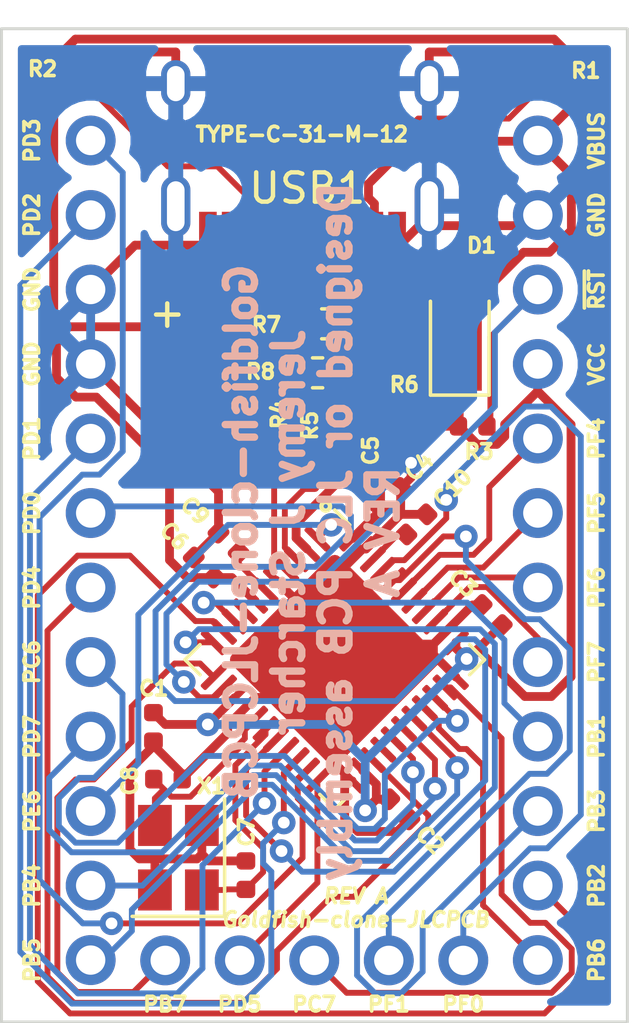
<source format=kicad_pcb>
(kicad_pcb (version 20171130) (host pcbnew 5.1.5+dfsg1-2build2)

  (general
    (thickness 1.6)
    (drawings 8)
    (tracks 472)
    (zones 0)
    (modules 25)
    (nets 44)
  )

  (page A4)
  (layers
    (0 F.Cu signal)
    (31 B.Cu signal)
    (32 B.Adhes user)
    (33 F.Adhes user)
    (34 B.Paste user)
    (35 F.Paste user)
    (36 B.SilkS user)
    (37 F.SilkS user)
    (38 B.Mask user)
    (39 F.Mask user)
    (40 Dwgs.User user)
    (41 Cmts.User user)
    (42 Eco1.User user)
    (43 Eco2.User user)
    (44 Edge.Cuts user)
    (45 Margin user)
    (46 B.CrtYd user)
    (47 F.CrtYd user)
    (48 B.Fab user)
    (49 F.Fab user)
  )

  (setup
    (last_trace_width 0.127)
    (user_trace_width 0.16)
    (user_trace_width 0.31)
    (trace_clearance 0.127)
    (zone_clearance 0.508)
    (zone_45_only yes)
    (trace_min 0.0127)
    (via_size 0.8)
    (via_drill 0.4)
    (via_min_size 0.45)
    (via_min_drill 0.2)
    (uvia_size 0.45)
    (uvia_drill 0.2)
    (uvias_allowed no)
    (uvia_min_size 0.45)
    (uvia_min_drill 0.2)
    (edge_width 0.1)
    (segment_width 0.2)
    (pcb_text_width 0.3)
    (pcb_text_size 1.5 1.5)
    (mod_edge_width 0.15)
    (mod_text_size 1 1)
    (mod_text_width 0.15)
    (pad_size 1.075 0.25)
    (pad_drill 0)
    (pad_to_mask_clearance 0)
    (aux_axis_origin 0 0)
    (visible_elements FFFFFF7F)
    (pcbplotparams
      (layerselection 0x010fc_ffffffff)
      (usegerberextensions false)
      (usegerberattributes false)
      (usegerberadvancedattributes false)
      (creategerberjobfile false)
      (excludeedgelayer true)
      (linewidth 0.100000)
      (plotframeref false)
      (viasonmask false)
      (mode 1)
      (useauxorigin false)
      (hpglpennumber 1)
      (hpglpenspeed 20)
      (hpglpendiameter 15.000000)
      (psnegative false)
      (psa4output false)
      (plotreference true)
      (plotvalue true)
      (plotinvisibletext false)
      (padsonsilk false)
      (subtractmaskfromsilk false)
      (outputformat 1)
      (mirror false)
      (drillshape 0)
      (scaleselection 1)
      (outputdirectory "gerber"))
  )

  (net 0 "")
  (net 1 GND)
  (net 2 VCC)
  (net 3 VBUS)
  (net 4 "Net-(C7-Pad1)")
  (net 5 "Net-(C8-Pad1)")
  (net 6 /D-)
  (net 7 /D+)
  (net 8 /PB6)
  (net 9 /PB2)
  (net 10 /PB3)
  (net 11 /PB1)
  (net 12 /PF7)
  (net 13 /PF6)
  (net 14 /PF5)
  (net 15 /PF4)
  (net 16 /RESET)
  (net 17 /PD3)
  (net 18 /PD2)
  (net 19 /PD1)
  (net 20 /PD0)
  (net 21 /PD4)
  (net 22 /PC6)
  (net 23 /PD7)
  (net 24 /PE6)
  (net 25 /PB4)
  (net 26 /PB5)
  (net 27 /PB7)
  (net 28 /PD5)
  (net 29 /PC7)
  (net 30 /PF1)
  (net 31 /PF0)
  (net 32 "Net-(R4-Pad1)")
  (net 33 "Net-(R5-Pad1)")
  (net 34 "Net-(U1-Pad26)")
  (net 35 "Net-(U1-Pad8)")
  (net 36 "Net-(R1-Pad2)")
  (net 37 "Net-(R2-Pad2)")
  (net 38 "Net-(USB1-Pad3)")
  (net 39 "Net-(USB1-Pad9)")
  (net 40 /UCAP)
  (net 41 /AREF)
  (net 42 "Net-(R7-Pad2)")
  (net 43 "Net-(R8-Pad2)")

  (net_class Default "This is the default net class."
    (clearance 0.127)
    (trace_width 0.127)
    (via_dia 0.8)
    (via_drill 0.4)
    (uvia_dia 0.45)
    (uvia_drill 0.2)
    (add_net /AREF)
    (add_net /D+)
    (add_net /D-)
    (add_net /PB1)
    (add_net /PB2)
    (add_net /PB3)
    (add_net /PB4)
    (add_net /PB5)
    (add_net /PB6)
    (add_net /PB7)
    (add_net /PC6)
    (add_net /PC7)
    (add_net /PD0)
    (add_net /PD1)
    (add_net /PD2)
    (add_net /PD3)
    (add_net /PD4)
    (add_net /PD5)
    (add_net /PD7)
    (add_net /PE6)
    (add_net /PF0)
    (add_net /PF1)
    (add_net /PF4)
    (add_net /PF5)
    (add_net /PF6)
    (add_net /PF7)
    (add_net /RESET)
    (add_net /UCAP)
    (add_net "Net-(C7-Pad1)")
    (add_net "Net-(C8-Pad1)")
    (add_net "Net-(R1-Pad2)")
    (add_net "Net-(R2-Pad2)")
    (add_net "Net-(R4-Pad1)")
    (add_net "Net-(R5-Pad1)")
    (add_net "Net-(R7-Pad2)")
    (add_net "Net-(R8-Pad2)")
    (add_net "Net-(U1-Pad26)")
    (add_net "Net-(U1-Pad8)")
    (add_net "Net-(USB1-Pad3)")
    (add_net "Net-(USB1-Pad9)")
  )

  (net_class POWER ""
    (clearance 0.127)
    (trace_width 0.127)
    (via_dia 0.8)
    (via_drill 0.4)
    (uvia_dia 0.45)
    (uvia_drill 0.2)
    (add_net GND)
    (add_net VBUS)
    (add_net VCC)
  )

  (module pins:Pins12 (layer F.Cu) (tedit 5A296A16) (tstamp 5FC39D00)
    (at 37.62 27.3)
    (path /5A28DBD6)
    (fp_text reference J3 (at 0 -2.54) (layer F.SilkS) hide
      (effects (font (size 1 1) (thickness 0.15)))
    )
    (fp_text value 01x12 (at 0 -5.08) (layer F.Fab) hide
      (effects (font (size 1 1) (thickness 0.15)))
    )
    (fp_text user VBUS (at 2 0 90) (layer F.SilkS)
      (effects (font (size 0.5 0.5) (thickness 0.125)))
    )
    (fp_text user GND (at 2 2.54 90) (layer F.SilkS)
      (effects (font (size 0.5 0.5) (thickness 0.125)))
    )
    (fp_text user ~RST~ (at 2 5.08 90) (layer F.SilkS)
      (effects (font (size 0.5 0.5) (thickness 0.125)))
    )
    (fp_text user VCC (at 2 7.62 90) (layer F.SilkS)
      (effects (font (size 0.5 0.5) (thickness 0.125)))
    )
    (fp_text user PF4 (at 2 10.16 90) (layer F.SilkS)
      (effects (font (size 0.5 0.5) (thickness 0.125)))
    )
    (fp_text user PF5 (at 2 12.7 90) (layer F.SilkS)
      (effects (font (size 0.5 0.5) (thickness 0.125)))
    )
    (fp_text user PF6 (at 2 15.24 90) (layer F.SilkS)
      (effects (font (size 0.5 0.5) (thickness 0.125)))
    )
    (fp_text user PF7 (at 2 17.78 90) (layer F.SilkS)
      (effects (font (size 0.5 0.5) (thickness 0.125)))
    )
    (fp_text user PB1 (at 2 20.32 90) (layer F.SilkS)
      (effects (font (size 0.5 0.5) (thickness 0.125)))
    )
    (fp_text user PB3 (at 2 22.86 90) (layer F.SilkS)
      (effects (font (size 0.5 0.5) (thickness 0.125)))
    )
    (fp_text user PB6 (at 2 27.94 90) (layer F.SilkS)
      (effects (font (size 0.5 0.5) (thickness 0.125)))
    )
    (fp_text user PB2 (at 2 25.4 90) (layer F.SilkS)
      (effects (font (size 0.5 0.5) (thickness 0.125)))
    )
    (pad 12 thru_hole circle (at 0 27.94) (size 1.7 1.7) (drill 1) (layers *.Cu *.Mask)
      (net 8 /PB6))
    (pad 11 thru_hole circle (at 0 25.4) (size 1.7 1.7) (drill 1) (layers *.Cu *.Mask)
      (net 9 /PB2))
    (pad 10 thru_hole circle (at 0 22.86) (size 1.7 1.7) (drill 1) (layers *.Cu *.Mask)
      (net 10 /PB3))
    (pad 9 thru_hole circle (at 0 20.32) (size 1.7 1.7) (drill 1) (layers *.Cu *.Mask)
      (net 11 /PB1))
    (pad 8 thru_hole circle (at 0 17.78) (size 1.7 1.7) (drill 1) (layers *.Cu *.Mask)
      (net 12 /PF7))
    (pad 7 thru_hole circle (at 0 15.24) (size 1.7 1.7) (drill 1) (layers *.Cu *.Mask)
      (net 13 /PF6))
    (pad 6 thru_hole circle (at 0 12.7) (size 1.7 1.7) (drill 1) (layers *.Cu *.Mask)
      (net 14 /PF5))
    (pad 5 thru_hole circle (at 0 10.16) (size 1.7 1.7) (drill 1) (layers *.Cu *.Mask)
      (net 15 /PF4))
    (pad 4 thru_hole circle (at 0 7.62) (size 1.7 1.7) (drill 1) (layers *.Cu *.Mask)
      (net 2 VCC))
    (pad 3 thru_hole circle (at 0 5.08) (size 1.7 1.7) (drill 1) (layers *.Cu *.Mask)
      (net 16 /RESET))
    (pad 2 thru_hole circle (at 0 2.54) (size 1.7 1.7) (drill 1) (layers *.Cu *.Mask)
      (net 1 GND))
    (pad 1 thru_hole circle (at 0 0) (size 1.7 1.7) (drill 1) (layers *.Cu *.Mask)
      (net 3 VBUS))
    (model ${KIPRJMOD}/lib/Pin_Header_2.54-2.STEP
      (offset (xyz -2.5 -26 -2.5))
      (scale (xyz 1 1 1))
      (rotate (xyz 90 0 90))
    )
    (model ${KIPRJMOD}/lib/Pin_Header_2.54-2.STEP
      (offset (xyz -2.5 -21 -2.5))
      (scale (xyz 1 1 1))
      (rotate (xyz 90 0 90))
    )
    (model ${KIPRJMOD}/lib/Pin_Header_2.54-2.STEP
      (offset (xyz -2.5 -16 -2.5))
      (scale (xyz 1 1 1))
      (rotate (xyz 90 0 90))
    )
    (model ${KIPRJMOD}/lib/Pin_Header_2.54-2.STEP
      (offset (xyz -2.5 -10.5 -2.5))
      (scale (xyz 1 1 1))
      (rotate (xyz 90 0 90))
    )
    (model ${KIPRJMOD}/lib/Pin_Header_2.54-2.STEP
      (offset (xyz -2.5 -5.5 -2.5))
      (scale (xyz 1 1 1))
      (rotate (xyz 90 0 90))
    )
    (model ${KIPRJMOD}/lib/Pin_Header_2.54-2.STEP
      (offset (xyz -2.5 -0.5 -2.5))
      (scale (xyz 1 1 1))
      (rotate (xyz 90 0 90))
    )
  )

  (module Crystal:Crystal_SMD_SeikoEpson_TSX3225-4Pin_3.2x2.5mm (layer F.Cu) (tedit 5A0FD1B2) (tstamp 5FC2725A)
    (at 25.37 51.75 90)
    (descr "crystal Epson Toyocom TSX-3225 series https://support.epson.biz/td/api/doc_check.php?dl=brief_fa-238v_en.pdf, 3.2x2.5mm^2 package")
    (tags "SMD SMT crystal")
    (path /5A286A14)
    (attr smd)
    (fp_text reference X1 (at 2.44 1.12 180) (layer F.SilkS)
      (effects (font (size 0.5 0.5) (thickness 0.125)))
    )
    (fp_text value 16MHz (at -2.61 0.76 180) (layer F.Fab)
      (effects (font (size 0.5 0.5) (thickness 0.125)))
    )
    (fp_line (start 2.1 -1.7) (end -2.1 -1.7) (layer F.CrtYd) (width 0.05))
    (fp_line (start 2.1 1.7) (end 2.1 -1.7) (layer F.CrtYd) (width 0.05))
    (fp_line (start -2.1 1.7) (end 2.1 1.7) (layer F.CrtYd) (width 0.05))
    (fp_line (start -2.1 -1.7) (end -2.1 1.7) (layer F.CrtYd) (width 0.05))
    (fp_line (start -2 1.575) (end 2 1.575) (layer F.SilkS) (width 0.12))
    (fp_line (start -2 -1.575) (end -2 1.575) (layer F.SilkS) (width 0.12))
    (fp_line (start -1.6 0.25) (end -0.6 1.25) (layer F.Fab) (width 0.1))
    (fp_line (start -1.6 -1.15) (end -1.5 -1.25) (layer F.Fab) (width 0.1))
    (fp_line (start -1.6 1.15) (end -1.6 -1.15) (layer F.Fab) (width 0.1))
    (fp_line (start -1.5 1.25) (end -1.6 1.15) (layer F.Fab) (width 0.1))
    (fp_line (start 1.5 1.25) (end -1.5 1.25) (layer F.Fab) (width 0.1))
    (fp_line (start 1.6 1.15) (end 1.5 1.25) (layer F.Fab) (width 0.1))
    (fp_line (start 1.6 -1.15) (end 1.6 1.15) (layer F.Fab) (width 0.1))
    (fp_line (start 1.5 -1.25) (end 1.6 -1.15) (layer F.Fab) (width 0.1))
    (fp_line (start -1.5 -1.25) (end 1.5 -1.25) (layer F.Fab) (width 0.1))
    (fp_text user %R (at 0 0 180) (layer F.Fab)
      (effects (font (size 0.7 0.7) (thickness 0.105)))
    )
    (pad 4 smd rect (at -1.1 -0.8 90) (size 1.4 1.15) (layers F.Cu F.Paste F.Mask)
      (net 1 GND))
    (pad 3 smd rect (at 1.1 -0.8 90) (size 1.4 1.15) (layers F.Cu F.Paste F.Mask)
      (net 5 "Net-(C8-Pad1)"))
    (pad 2 smd rect (at 1.1 0.8 90) (size 1.4 1.15) (layers F.Cu F.Paste F.Mask)
      (net 1 GND))
    (pad 1 smd rect (at -1.1 0.8 90) (size 1.4 1.15) (layers F.Cu F.Paste F.Mask)
      (net 4 "Net-(C7-Pad1)"))
    (model ${KISYS3DMOD}/Crystal.3dshapes/Crystal_SMD_SeikoEpson_TSX3225-4Pin_3.2x2.5mm.wrl
      (at (xyz 0 0 0))
      (scale (xyz 1 1 1))
      (rotate (xyz 0 0 0))
    )
  )

  (module Diode_SMD:D_PowerDI-123 (layer F.Cu) (tedit 588FC24C) (tstamp 5FC11812)
    (at 34.96 33.78 90)
    (descr http://www.diodes.com/_files/datasheets/ds30497.pdf)
    (tags "PowerDI diode vishay")
    (path /5A78E24C)
    (attr smd)
    (fp_text reference D1 (at 2.9 0.74 180) (layer F.SilkS)
      (effects (font (size 0.5 0.5) (thickness 0.125)))
    )
    (fp_text value D_Schottky (at -2.9 -1.71 90) (layer F.Fab)
      (effects (font (size 0.5 0.5) (thickness 0.125)))
    )
    (fp_line (start -2.2 1) (end -2.2 -1) (layer F.SilkS) (width 0.12))
    (fp_line (start -2.2 1) (end 1 1) (layer F.SilkS) (width 0.12))
    (fp_line (start 1 -1) (end -2.2 -1) (layer F.SilkS) (width 0.12))
    (fp_line (start -2.5 1.3) (end -2.5 -1.3) (layer F.CrtYd) (width 0.05))
    (fp_line (start -2.5 -1.3) (end 2.5 -1.3) (layer F.CrtYd) (width 0.05))
    (fp_line (start 2.5 -1.3) (end 2.5 1.3) (layer F.CrtYd) (width 0.05))
    (fp_line (start 2.5 1.3) (end -2.5 1.3) (layer F.CrtYd) (width 0.05))
    (fp_line (start -1.4 -0.9) (end 1.4 -0.9) (layer F.Fab) (width 0.1))
    (fp_line (start 1.4 -0.9) (end 1.4 0.9) (layer F.Fab) (width 0.1))
    (fp_line (start 1.4 0.9) (end -1.4 0.9) (layer F.Fab) (width 0.1))
    (fp_line (start -1.4 0.9) (end -1.4 -0.9) (layer F.Fab) (width 0.1))
    (fp_line (start -0.8 0) (end -0.5 0) (layer F.Fab) (width 0.1))
    (fp_line (start -0.5 0) (end -0.5 -0.5) (layer F.Fab) (width 0.1))
    (fp_line (start -0.5 0) (end -0.5 0.5) (layer F.Fab) (width 0.1))
    (fp_line (start -0.5 0) (end 0.3 0.5) (layer F.Fab) (width 0.1))
    (fp_line (start 0.3 0.5) (end 0.3 -0.5) (layer F.Fab) (width 0.1))
    (fp_line (start 0.3 -0.5) (end -0.5 0) (layer F.Fab) (width 0.1))
    (fp_line (start 0.3 0) (end 0.7 0) (layer F.Fab) (width 0.1))
    (fp_text user %R (at 0 -2 90) (layer F.Fab)
      (effects (font (size 1 1) (thickness 0.15)))
    )
    (pad 2 smd rect (at 1.525 0 270) (size 1.05 1.5) (layers F.Cu F.Paste F.Mask)
      (net 3 VBUS))
    (pad 1 smd rect (at -0.85 0 270) (size 2.4 1.5) (layers F.Cu F.Paste F.Mask)
      (net 2 VCC))
    (model ${KISYS3DMOD}/Diode_SMD.3dshapes/D_PowerDI-123.wrl
      (at (xyz 0 0 0))
      (scale (xyz 1 1 1))
      (rotate (xyz 0 0 0))
    )
  )

  (module Type-C:HRO-TYPE-C-31-M-12-HandSoldering (layer F.Cu) (tedit 5C42C6AC) (tstamp 5FC34C94)
    (at 29.6 22.76 180)
    (path /5FF3A33D)
    (attr smd)
    (fp_text reference USB1 (at -0.16 -6.17) (layer F.SilkS)
      (effects (font (size 1 1) (thickness 0.15)))
    )
    (fp_text value TYPE-C-31-M-12 (at 0.02 -4.33) (layer F.SilkS)
      (effects (font (size 0.5 0.5) (thickness 0.125)))
    )
    (fp_line (start -4.47 0) (end 4.47 0) (layer Dwgs.User) (width 0.15))
    (fp_line (start -4.47 0) (end -4.47 -7.3) (layer Dwgs.User) (width 0.15))
    (fp_line (start 4.47 0) (end 4.47 -7.3) (layer Dwgs.User) (width 0.15))
    (fp_line (start -4.47 -7.3) (end 4.47 -7.3) (layer Dwgs.User) (width 0.15))
    (pad 12 smd rect (at 3.225 -8.195 180) (size 0.6 2.45) (layers F.Cu F.Paste F.Mask)
      (net 1 GND))
    (pad 1 smd rect (at -3.225 -8.195 180) (size 0.6 2.45) (layers F.Cu F.Paste F.Mask)
      (net 1 GND))
    (pad 11 smd rect (at 2.45 -8.195 180) (size 0.6 2.45) (layers F.Cu F.Paste F.Mask)
      (net 3 VBUS))
    (pad 2 smd rect (at -2.45 -8.195 180) (size 0.6 2.45) (layers F.Cu F.Paste F.Mask)
      (net 3 VBUS))
    (pad 3 smd rect (at -1.75 -8.195 180) (size 0.3 2.45) (layers F.Cu F.Paste F.Mask)
      (net 38 "Net-(USB1-Pad3)"))
    (pad 10 smd rect (at 1.75 -8.195 180) (size 0.3 2.45) (layers F.Cu F.Paste F.Mask)
      (net 37 "Net-(R2-Pad2)"))
    (pad 4 smd rect (at -1.25 -8.195 180) (size 0.3 2.45) (layers F.Cu F.Paste F.Mask)
      (net 36 "Net-(R1-Pad2)"))
    (pad 9 smd rect (at 1.25 -8.195 180) (size 0.3 2.45) (layers F.Cu F.Paste F.Mask)
      (net 39 "Net-(USB1-Pad9)"))
    (pad 5 smd rect (at -0.75 -8.195 180) (size 0.3 2.45) (layers F.Cu F.Paste F.Mask)
      (net 42 "Net-(R7-Pad2)"))
    (pad 8 smd rect (at 0.75 -8.195 180) (size 0.3 2.45) (layers F.Cu F.Paste F.Mask)
      (net 43 "Net-(R8-Pad2)"))
    (pad 7 smd rect (at 0.25 -8.195 180) (size 0.3 2.45) (layers F.Cu F.Paste F.Mask)
      (net 7 /D+))
    (pad 6 smd rect (at -0.25 -8.195 180) (size 0.3 2.45) (layers F.Cu F.Paste F.Mask)
      (net 6 /D-))
    (pad "" np_thru_hole circle (at 2.89 -6.25 180) (size 0.65 0.65) (drill 0.65) (layers *.Cu *.Mask))
    (pad "" np_thru_hole circle (at -2.89 -6.25 180) (size 0.65 0.65) (drill 0.65) (layers *.Cu *.Mask))
    (pad 13 thru_hole oval (at -4.32 -6.78 180) (size 1 2.1) (drill oval 0.6 1.7) (layers *.Cu B.Mask)
      (net 1 GND))
    (pad 13 thru_hole oval (at 4.32 -6.78 180) (size 1 2.1) (drill oval 0.6 1.7) (layers *.Cu B.Mask)
      (net 1 GND))
    (pad 13 thru_hole oval (at -4.32 -2.6 180) (size 1 1.6) (drill oval 0.6 1.2) (layers *.Cu B.Mask)
      (net 1 GND))
    (pad 13 thru_hole oval (at 4.32 -2.6 180) (size 1 1.6) (drill oval 0.6 1.2) (layers *.Cu B.Mask)
      (net 1 GND))
    (model "${KIPRJMOD}/lib/Type-C.pretty/HRO  TYPE-C-31-M-12.step"
      (offset (xyz -4.5 0 0))
      (scale (xyz 1 1 1))
      (rotate (xyz -90 0 0))
    )
  )

  (module Resistor_SMD:R_0603_1608Metric_Pad1.05x0.95mm_HandSolder (layer F.Cu) (tedit 5B301BBD) (tstamp 5FC390C1)
    (at 30.115 35.22 180)
    (descr "Resistor SMD 0603 (1608 Metric), square (rectangular) end terminal, IPC_7351 nominal with elongated pad for handsoldering. (Body size source: http://www.tortai-tech.com/upload/download/2011102023233369053.pdf), generated with kicad-footprint-generator")
    (tags "resistor handsolder")
    (path /5FEA0D9B)
    (attr smd)
    (fp_text reference R8 (at 1.945 0.04) (layer F.SilkS)
      (effects (font (size 0.5 0.5) (thickness 0.125)))
    )
    (fp_text value 0R (at 0 1.43) (layer F.Fab)
      (effects (font (size 1 1) (thickness 0.15)))
    )
    (fp_text user %R (at 0 0) (layer F.Fab)
      (effects (font (size 0.4 0.4) (thickness 0.06)))
    )
    (fp_line (start 1.65 0.73) (end -1.65 0.73) (layer F.CrtYd) (width 0.05))
    (fp_line (start 1.65 -0.73) (end 1.65 0.73) (layer F.CrtYd) (width 0.05))
    (fp_line (start -1.65 -0.73) (end 1.65 -0.73) (layer F.CrtYd) (width 0.05))
    (fp_line (start -1.65 0.73) (end -1.65 -0.73) (layer F.CrtYd) (width 0.05))
    (fp_line (start -0.171267 0.51) (end 0.171267 0.51) (layer F.SilkS) (width 0.12))
    (fp_line (start -0.171267 -0.51) (end 0.171267 -0.51) (layer F.SilkS) (width 0.12))
    (fp_line (start 0.8 0.4) (end -0.8 0.4) (layer F.Fab) (width 0.1))
    (fp_line (start 0.8 -0.4) (end 0.8 0.4) (layer F.Fab) (width 0.1))
    (fp_line (start -0.8 -0.4) (end 0.8 -0.4) (layer F.Fab) (width 0.1))
    (fp_line (start -0.8 0.4) (end -0.8 -0.4) (layer F.Fab) (width 0.1))
    (pad 2 smd roundrect (at 0.875 0 180) (size 1.05 0.95) (layers F.Cu F.Paste F.Mask) (roundrect_rratio 0.25)
      (net 43 "Net-(R8-Pad2)"))
    (pad 1 smd roundrect (at -0.875 0 180) (size 1.05 0.95) (layers F.Cu F.Paste F.Mask) (roundrect_rratio 0.25)
      (net 6 /D-))
    (model ${KISYS3DMOD}/Resistor_SMD.3dshapes/R_0603_1608Metric.wrl
      (at (xyz 0 0 0))
      (scale (xyz 1 1 1))
      (rotate (xyz 0 0 0))
    )
  )

  (module Resistor_SMD:R_0603_1608Metric_Pad1.05x0.95mm_HandSolder (layer F.Cu) (tedit 5B301BBD) (tstamp 5FC34DC3)
    (at 30.425 33.55)
    (descr "Resistor SMD 0603 (1608 Metric), square (rectangular) end terminal, IPC_7351 nominal with elongated pad for handsoldering. (Body size source: http://www.tortai-tech.com/upload/download/2011102023233369053.pdf), generated with kicad-footprint-generator")
    (tags "resistor handsolder")
    (path /5FEA0C48)
    (attr smd)
    (fp_text reference R7 (at -2.055 0.03) (layer F.SilkS)
      (effects (font (size 0.5 0.5) (thickness 0.125)))
    )
    (fp_text value 0R (at 0 1.43) (layer F.Fab)
      (effects (font (size 1 1) (thickness 0.15)))
    )
    (fp_text user %R (at 0 0) (layer F.Fab)
      (effects (font (size 0.4 0.4) (thickness 0.06)))
    )
    (fp_line (start 1.65 0.73) (end -1.65 0.73) (layer F.CrtYd) (width 0.05))
    (fp_line (start 1.65 -0.73) (end 1.65 0.73) (layer F.CrtYd) (width 0.05))
    (fp_line (start -1.65 -0.73) (end 1.65 -0.73) (layer F.CrtYd) (width 0.05))
    (fp_line (start -1.65 0.73) (end -1.65 -0.73) (layer F.CrtYd) (width 0.05))
    (fp_line (start -0.171267 0.51) (end 0.171267 0.51) (layer F.SilkS) (width 0.12))
    (fp_line (start -0.171267 -0.51) (end 0.171267 -0.51) (layer F.SilkS) (width 0.12))
    (fp_line (start 0.8 0.4) (end -0.8 0.4) (layer F.Fab) (width 0.1))
    (fp_line (start 0.8 -0.4) (end 0.8 0.4) (layer F.Fab) (width 0.1))
    (fp_line (start -0.8 -0.4) (end 0.8 -0.4) (layer F.Fab) (width 0.1))
    (fp_line (start -0.8 0.4) (end -0.8 -0.4) (layer F.Fab) (width 0.1))
    (pad 2 smd roundrect (at 0.875 0) (size 1.05 0.95) (layers F.Cu F.Paste F.Mask) (roundrect_rratio 0.25)
      (net 42 "Net-(R7-Pad2)"))
    (pad 1 smd roundrect (at -0.875 0) (size 1.05 0.95) (layers F.Cu F.Paste F.Mask) (roundrect_rratio 0.25)
      (net 7 /D+))
    (model ${KISYS3DMOD}/Resistor_SMD.3dshapes/R_0603_1608Metric.wrl
      (at (xyz 0 0 0))
      (scale (xyz 1 1 1))
      (rotate (xyz 0 0 0))
    )
  )

  (module pins:Pins12 (layer F.Cu) (tedit 5A296A16) (tstamp 5FC02EA9)
    (at 22.38 55.24 180)
    (path /5A28DB36)
    (fp_text reference J4 (at 0 -2.54) (layer F.SilkS) hide
      (effects (font (size 1 1) (thickness 0.15)))
    )
    (fp_text value 01x12 (at 0 -5.08) (layer F.Fab) hide
      (effects (font (size 1 1) (thickness 0.15)))
    )
    (fp_text user PB5 (at 2 0 90) (layer F.SilkS)
      (effects (font (size 0.5 0.5) (thickness 0.125)))
    )
    (fp_text user PB4 (at 2 2.54 270) (layer F.SilkS)
      (effects (font (size 0.5 0.5) (thickness 0.125)))
    )
    (fp_text user PE6 (at 2 5.08 270) (layer F.SilkS)
      (effects (font (size 0.5 0.5) (thickness 0.125)))
    )
    (fp_text user PD7 (at 2 7.62 270) (layer F.SilkS)
      (effects (font (size 0.5 0.5) (thickness 0.125)))
    )
    (fp_text user PC6 (at 2 10.16 270) (layer F.SilkS)
      (effects (font (size 0.5 0.5) (thickness 0.125)))
    )
    (fp_text user PD4 (at 2 12.7 270) (layer F.SilkS)
      (effects (font (size 0.5 0.5) (thickness 0.125)))
    )
    (fp_text user PD0 (at 2 15.24 270) (layer F.SilkS)
      (effects (font (size 0.5 0.5) (thickness 0.125)))
    )
    (fp_text user PD1 (at 2 17.78 270) (layer F.SilkS)
      (effects (font (size 0.5 0.5) (thickness 0.125)))
    )
    (fp_text user GND (at 2 22.86 270) (layer F.SilkS)
      (effects (font (size 0.5 0.5) (thickness 0.125)))
    )
    (fp_text user GND (at 2 20.32 270) (layer F.SilkS)
      (effects (font (size 0.5 0.5) (thickness 0.125)))
    )
    (fp_text user PD2 (at 2 25.4 270) (layer F.SilkS)
      (effects (font (size 0.5 0.5) (thickness 0.125)))
    )
    (fp_text user PD3 (at 2 27.94 270) (layer F.SilkS)
      (effects (font (size 0.5 0.5) (thickness 0.125)))
    )
    (pad 12 thru_hole circle (at 0 27.94 180) (size 1.7 1.7) (drill 1) (layers *.Cu *.Mask)
      (net 17 /PD3))
    (pad 11 thru_hole circle (at 0 25.4 180) (size 1.7 1.7) (drill 1) (layers *.Cu *.Mask)
      (net 18 /PD2))
    (pad 10 thru_hole circle (at 0 22.86 180) (size 1.7 1.7) (drill 1) (layers *.Cu *.Mask)
      (net 1 GND))
    (pad 9 thru_hole circle (at 0 20.32 180) (size 1.7 1.7) (drill 1) (layers *.Cu *.Mask)
      (net 1 GND))
    (pad 8 thru_hole circle (at 0 17.78 180) (size 1.7 1.7) (drill 1) (layers *.Cu *.Mask)
      (net 19 /PD1))
    (pad 7 thru_hole circle (at 0 15.24 180) (size 1.7 1.7) (drill 1) (layers *.Cu *.Mask)
      (net 20 /PD0))
    (pad 6 thru_hole circle (at 0 12.7 180) (size 1.7 1.7) (drill 1) (layers *.Cu *.Mask)
      (net 21 /PD4))
    (pad 5 thru_hole circle (at 0 10.16 180) (size 1.7 1.7) (drill 1) (layers *.Cu *.Mask)
      (net 22 /PC6))
    (pad 4 thru_hole circle (at 0 7.62 180) (size 1.7 1.7) (drill 1) (layers *.Cu *.Mask)
      (net 23 /PD7))
    (pad 3 thru_hole circle (at 0 5.08 180) (size 1.7 1.7) (drill 1) (layers *.Cu *.Mask)
      (net 24 /PE6))
    (pad 2 thru_hole circle (at 0 2.54 180) (size 1.7 1.7) (drill 1) (layers *.Cu *.Mask)
      (net 25 /PB4))
    (pad 1 thru_hole circle (at 0 0 180) (size 1.7 1.7) (drill 1) (layers *.Cu *.Mask)
      (net 26 /PB5))
    (model ${KIPRJMOD}/lib/Pin_Header_2.54-2.STEP
      (offset (xyz -2.5 -26 -2.5))
      (scale (xyz 1 1 1))
      (rotate (xyz 90 0 90))
    )
    (model ${KIPRJMOD}/lib/Pin_Header_2.54-2.STEP
      (offset (xyz -2.5 -21 -2.5))
      (scale (xyz 1 1 1))
      (rotate (xyz 90 0 90))
    )
    (model ${KIPRJMOD}/lib/Pin_Header_2.54-2.STEP
      (offset (xyz -2.5 -15.75 -2.5))
      (scale (xyz 1 1 1))
      (rotate (xyz 90 0 90))
    )
    (model ${KIPRJMOD}/lib/Pin_Header_2.54-2.STEP
      (offset (xyz -2.5 -10.5 -2.5))
      (scale (xyz 1 1 1))
      (rotate (xyz 90 0 90))
    )
    (model ${KIPRJMOD}/lib/Pin_Header_2.54-2.STEP
      (offset (xyz -2.5 -5.5 -2.5))
      (scale (xyz 1 1 1))
      (rotate (xyz 90 0 90))
    )
    (model ${KIPRJMOD}/lib/Pin_Header_2.54-2.STEP
      (offset (xyz -2.5 -0.5 -2.5))
      (scale (xyz 1 1 1))
      (rotate (xyz 90 0 90))
    )
  )

  (module Resistor_SMD:R_0402_1005Metric (layer F.Cu) (tedit 5B301BBD) (tstamp 5FC87179)
    (at 35.4 37.04 180)
    (descr "Resistor SMD 0402 (1005 Metric), square (rectangular) end terminal, IPC_7351 nominal, (Body size source: http://www.tortai-tech.com/upload/download/2011102023233369053.pdf), generated with kicad-footprint-generator")
    (tags resistor)
    (path /5A2884D6)
    (attr smd)
    (fp_text reference R3 (at -0.22 -0.87 180) (layer F.SilkS)
      (effects (font (size 0.5 0.5) (thickness 0.125)))
    )
    (fp_text value 10k (at 1.675 -0.02 180) (layer F.Fab)
      (effects (font (size 0.5 0.5) (thickness 0.125)))
    )
    (fp_text user %R (at 0 0 180) (layer F.Fab)
      (effects (font (size 0.25 0.25) (thickness 0.04)))
    )
    (fp_line (start 0.93 0.47) (end -0.93 0.47) (layer F.CrtYd) (width 0.05))
    (fp_line (start 0.93 -0.47) (end 0.93 0.47) (layer F.CrtYd) (width 0.05))
    (fp_line (start -0.93 -0.47) (end 0.93 -0.47) (layer F.CrtYd) (width 0.05))
    (fp_line (start -0.93 0.47) (end -0.93 -0.47) (layer F.CrtYd) (width 0.05))
    (fp_line (start 0.5 0.25) (end -0.5 0.25) (layer F.Fab) (width 0.1))
    (fp_line (start 0.5 -0.25) (end 0.5 0.25) (layer F.Fab) (width 0.1))
    (fp_line (start -0.5 -0.25) (end 0.5 -0.25) (layer F.Fab) (width 0.1))
    (fp_line (start -0.5 0.25) (end -0.5 -0.25) (layer F.Fab) (width 0.1))
    (pad 2 smd roundrect (at 0.485 0 180) (size 0.59 0.64) (layers F.Cu F.Paste F.Mask) (roundrect_rratio 0.25)
      (net 2 VCC))
    (pad 1 smd roundrect (at -0.485 0 180) (size 0.59 0.64) (layers F.Cu F.Paste F.Mask) (roundrect_rratio 0.25)
      (net 16 /RESET))
    (model ${KISYS3DMOD}/Resistor_SMD.3dshapes/R_0402_1005Metric.wrl
      (at (xyz 0 0 0))
      (scale (xyz 1 1 1))
      (rotate (xyz 0 0 0))
    )
  )

  (module Package_DFN_QFN:QFN-44-1EP_7x7mm_P0.5mm_EP5.2x5.2mm (layer F.Cu) (tedit 5C26A111) (tstamp 5FC2732C)
    (at 30.7 45 315)
    (descr "QFN, 44 Pin (http://ww1.microchip.com/downloads/en/DeviceDoc/2512S.pdf#page=17), generated with kicad-footprint-generator ipc_dfn_qfn_generator.py")
    (tags "QFN DFN_QFN")
    (path /5A28636A)
    (attr smd)
    (fp_text reference U1 (at -0.608112 -4.864895 135) (layer F.Fab)
      (effects (font (size 1 1) (thickness 0.15)))
    )
    (fp_text value ATmega32U4 (at 4.631549 -1.152584 225) (layer F.Fab)
      (effects (font (size 0.5 0.5) (thickness 0.125)))
    )
    (fp_text user %R (at 0 0 135) (layer F.Fab)
      (effects (font (size 1 1) (thickness 0.15)))
    )
    (fp_line (start 4.12 -4.12) (end -4.12 -4.12) (layer F.CrtYd) (width 0.05))
    (fp_line (start 4.12 4.12) (end 4.12 -4.12) (layer F.CrtYd) (width 0.05))
    (fp_line (start -4.12 4.12) (end 4.12 4.12) (layer F.CrtYd) (width 0.05))
    (fp_line (start -4.12 -4.12) (end -4.12 4.12) (layer F.CrtYd) (width 0.05))
    (fp_line (start -3.5 -2.5) (end -2.5 -3.5) (layer F.Fab) (width 0.1))
    (fp_line (start -3.5 3.5) (end -3.5 -2.5) (layer F.Fab) (width 0.1))
    (fp_line (start 3.5 3.5) (end -3.5 3.5) (layer F.Fab) (width 0.1))
    (fp_line (start 3.5 -3.5) (end 3.5 3.5) (layer F.Fab) (width 0.1))
    (fp_line (start -2.5 -3.5) (end 3.5 -3.5) (layer F.Fab) (width 0.1))
    (fp_line (start -2.885 -3.61) (end -3.61 -3.61) (layer F.SilkS) (width 0.12))
    (fp_line (start 3.61 3.61) (end 3.61 2.885) (layer F.SilkS) (width 0.12))
    (fp_line (start 2.885 3.61) (end 3.61 3.61) (layer F.SilkS) (width 0.12))
    (fp_line (start -3.61 3.61) (end -3.61 2.885) (layer F.SilkS) (width 0.12))
    (fp_line (start -2.885 3.61) (end -3.61 3.61) (layer F.SilkS) (width 0.12))
    (fp_line (start 3.61 -3.61) (end 3.61 -2.885) (layer F.SilkS) (width 0.12))
    (fp_line (start 2.885 -3.61) (end 3.61 -3.61) (layer F.SilkS) (width 0.12))
    (pad 44 smd roundrect (at -2.5 -3.3375 315) (size 0.25 1.075) (layers F.Cu F.Paste F.Mask) (roundrect_rratio 0.25)
      (net 2 VCC))
    (pad 43 smd roundrect (at -2 -3.3375 315) (size 0.25 1.075) (layers F.Cu F.Paste F.Mask) (roundrect_rratio 0.25)
      (net 1 GND))
    (pad 42 smd roundrect (at -1.5 -3.3375 315) (size 0.25 1.075) (layers F.Cu F.Paste F.Mask) (roundrect_rratio 0.25)
      (net 41 /AREF))
    (pad 41 smd roundrect (at -1 -3.3375 315) (size 0.25 1.075) (layers F.Cu F.Paste F.Mask) (roundrect_rratio 0.25)
      (net 31 /PF0))
    (pad 40 smd roundrect (at -0.5 -3.3375 315) (size 0.25 1.075) (layers F.Cu F.Paste F.Mask) (roundrect_rratio 0.25)
      (net 30 /PF1))
    (pad 39 smd roundrect (at 0 -3.3375 315) (size 0.25 1.075) (layers F.Cu F.Paste F.Mask) (roundrect_rratio 0.25)
      (net 15 /PF4))
    (pad 38 smd roundrect (at 0.5 -3.3375 315) (size 0.25 1.075) (layers F.Cu F.Paste F.Mask) (roundrect_rratio 0.25)
      (net 14 /PF5))
    (pad 37 smd roundrect (at 1 -3.3375 315) (size 0.25 1.075) (layers F.Cu F.Paste F.Mask) (roundrect_rratio 0.25)
      (net 13 /PF6))
    (pad 36 smd roundrect (at 1.5 -3.3375 315) (size 0.25 1.075) (layers F.Cu F.Paste F.Mask) (roundrect_rratio 0.25)
      (net 12 /PF7))
    (pad 35 smd roundrect (at 2 -3.3375 315) (size 0.25 1.075) (layers F.Cu F.Paste F.Mask) (roundrect_rratio 0.25)
      (net 1 GND))
    (pad 34 smd roundrect (at 2.5 -3.3375 315) (size 0.25 1.075) (layers F.Cu F.Paste F.Mask) (roundrect_rratio 0.25)
      (net 2 VCC))
    (pad 33 smd roundrect (at 3.3375 -2.5 315) (size 1.075 0.25) (layers F.Cu F.Paste F.Mask) (roundrect_rratio 0.25)
      (net 1 GND))
    (pad 32 smd roundrect (at 3.3375 -2 315) (size 1.075 0.25) (layers F.Cu F.Paste F.Mask) (roundrect_rratio 0.25)
      (net 29 /PC7))
    (pad 31 smd roundrect (at 3.3375 -1.5 315) (size 1.075 0.25) (layers F.Cu F.Paste F.Mask) (roundrect_rratio 0.25)
      (net 22 /PC6))
    (pad 30 smd roundrect (at 3.3375 -1 315) (size 1.075 0.25) (layers F.Cu F.Paste F.Mask) (roundrect_rratio 0.25)
      (net 8 /PB6))
    (pad 29 smd roundrect (at 3.3375 -0.5 315) (size 1.075 0.25) (layers F.Cu F.Paste F.Mask) (roundrect_rratio 0.25)
      (net 26 /PB5))
    (pad 28 smd roundrect (at 3.3375 0 315) (size 1.075 0.25) (layers F.Cu F.Paste F.Mask) (roundrect_rratio 0.25)
      (net 25 /PB4))
    (pad 27 smd roundrect (at 3.3375 0.5 315) (size 1.075 0.25) (layers F.Cu F.Paste F.Mask) (roundrect_rratio 0.25)
      (net 23 /PD7))
    (pad 26 smd roundrect (at 3.3375 1 315) (size 1.075 0.25) (layers F.Cu F.Paste F.Mask) (roundrect_rratio 0.25)
      (net 34 "Net-(U1-Pad26)"))
    (pad 25 smd roundrect (at 3.3375 1.5 315) (size 1.075 0.25) (layers F.Cu F.Paste F.Mask) (roundrect_rratio 0.25)
      (net 21 /PD4))
    (pad 24 smd roundrect (at 3.3375 2 315) (size 1.075 0.25) (layers F.Cu F.Paste F.Mask) (roundrect_rratio 0.25)
      (net 2 VCC))
    (pad 23 smd roundrect (at 3.3375 2.5 315) (size 1.075 0.25) (layers F.Cu F.Paste F.Mask) (roundrect_rratio 0.25)
      (net 1 GND))
    (pad 22 smd roundrect (at 2.5 3.3375 315) (size 0.25 1.075) (layers F.Cu F.Paste F.Mask) (roundrect_rratio 0.25)
      (net 28 /PD5))
    (pad 21 smd roundrect (at 2 3.3375 315) (size 0.25 1.075) (layers F.Cu F.Paste F.Mask) (roundrect_rratio 0.25)
      (net 17 /PD3))
    (pad 20 smd roundrect (at 1.5 3.3375 315) (size 0.25 1.075) (layers F.Cu F.Paste F.Mask) (roundrect_rratio 0.25)
      (net 18 /PD2))
    (pad 19 smd roundrect (at 1 3.3375 315) (size 0.25 1.075) (layers F.Cu F.Paste F.Mask) (roundrect_rratio 0.25)
      (net 19 /PD1))
    (pad 18 smd roundrect (at 0.5 3.3375 315) (size 0.25 1.075) (layers F.Cu F.Paste F.Mask) (roundrect_rratio 0.25)
      (net 20 /PD0))
    (pad 17 smd roundrect (at 0 3.3375 315) (size 0.25 1.075) (layers F.Cu F.Paste F.Mask) (roundrect_rratio 0.25)
      (net 4 "Net-(C7-Pad1)"))
    (pad 16 smd roundrect (at -0.5 3.3375 315) (size 0.25 1.075) (layers F.Cu F.Paste F.Mask) (roundrect_rratio 0.25)
      (net 5 "Net-(C8-Pad1)"))
    (pad 15 smd roundrect (at -1 3.3375 315) (size 0.25 1.075) (layers F.Cu F.Paste F.Mask) (roundrect_rratio 0.25)
      (net 1 GND))
    (pad 14 smd roundrect (at -1.5 3.3375 315) (size 0.25 1.075) (layers F.Cu F.Paste F.Mask) (roundrect_rratio 0.25)
      (net 2 VCC))
    (pad 13 smd roundrect (at -2 3.3375 315) (size 0.25 1.075) (layers F.Cu F.Paste F.Mask) (roundrect_rratio 0.25)
      (net 16 /RESET))
    (pad 12 smd roundrect (at -2.5 3.3375 315) (size 0.25 1.075) (layers F.Cu F.Paste F.Mask) (roundrect_rratio 0.25)
      (net 27 /PB7))
    (pad 11 smd roundrect (at -3.3375 2.5 315) (size 1.075 0.25) (layers F.Cu F.Paste F.Mask) (roundrect_rratio 0.25)
      (net 10 /PB3))
    (pad 10 smd roundrect (at -3.3375 2 315) (size 1.075 0.25) (layers F.Cu F.Paste F.Mask) (roundrect_rratio 0.25)
      (net 9 /PB2))
    (pad 9 smd roundrect (at -3.3375 1.5 315) (size 1.075 0.25) (layers F.Cu F.Paste F.Mask) (roundrect_rratio 0.25)
      (net 11 /PB1))
    (pad 8 smd roundrect (at -3.3375 1 315) (size 1.075 0.25) (layers F.Cu F.Paste F.Mask) (roundrect_rratio 0.25)
      (net 35 "Net-(U1-Pad8)"))
    (pad 7 smd roundrect (at -3.3375 0.5 315) (size 1.075 0.25) (layers F.Cu F.Paste F.Mask) (roundrect_rratio 0.25)
      (net 3 VBUS))
    (pad 6 smd roundrect (at -3.3375 0 315) (size 1.075 0.25) (layers F.Cu F.Paste F.Mask) (roundrect_rratio 0.25)
      (net 40 /UCAP))
    (pad 5 smd roundrect (at -3.3375 -0.5 315) (size 1.075 0.25) (layers F.Cu F.Paste F.Mask) (roundrect_rratio 0.25)
      (net 1 GND))
    (pad 4 smd roundrect (at -3.3375 -1 315) (size 1.075 0.25) (layers F.Cu F.Paste F.Mask) (roundrect_rratio 0.25)
      (net 32 "Net-(R4-Pad1)"))
    (pad 3 smd roundrect (at -3.3375 -1.5 315) (size 1.075 0.25) (layers F.Cu F.Paste F.Mask) (roundrect_rratio 0.25)
      (net 33 "Net-(R5-Pad1)"))
    (pad 2 smd roundrect (at -3.3375 -2 315) (size 1.075 0.25) (layers F.Cu F.Paste F.Mask) (roundrect_rratio 0.25)
      (net 3 VBUS))
    (pad 1 smd roundrect (at -3.3375 -2.5 315) (size 1.075 0.25) (layers F.Cu F.Paste F.Mask) (roundrect_rratio 0.25)
      (net 24 /PE6))
    (pad "" smd roundrect (at 1.95 1.95 315) (size 1.05 1.05) (layers F.Paste) (roundrect_rratio 0.238095))
    (pad "" smd roundrect (at 1.95 0.65 315) (size 1.05 1.05) (layers F.Paste) (roundrect_rratio 0.238095))
    (pad "" smd roundrect (at 1.95 -0.65 315) (size 1.05 1.05) (layers F.Paste) (roundrect_rratio 0.238095))
    (pad "" smd roundrect (at 1.95 -1.95 315) (size 1.05 1.05) (layers F.Paste) (roundrect_rratio 0.238095))
    (pad "" smd roundrect (at 0.65 1.95 315) (size 1.05 1.05) (layers F.Paste) (roundrect_rratio 0.238095))
    (pad "" smd roundrect (at 0.65 0.65 315) (size 1.05 1.05) (layers F.Paste) (roundrect_rratio 0.238095))
    (pad "" smd roundrect (at 0.65 -0.65 315) (size 1.05 1.05) (layers F.Paste) (roundrect_rratio 0.238095))
    (pad "" smd roundrect (at 0.65 -1.95 315) (size 1.05 1.05) (layers F.Paste) (roundrect_rratio 0.238095))
    (pad "" smd roundrect (at -0.65 1.95 315) (size 1.05 1.05) (layers F.Paste) (roundrect_rratio 0.238095))
    (pad "" smd roundrect (at -0.65 0.65 315) (size 1.05 1.05) (layers F.Paste) (roundrect_rratio 0.238095))
    (pad "" smd roundrect (at -0.65 -0.65 315) (size 1.05 1.05) (layers F.Paste) (roundrect_rratio 0.238095))
    (pad "" smd roundrect (at -0.65 -1.95 315) (size 1.05 1.05) (layers F.Paste) (roundrect_rratio 0.238095))
    (pad "" smd roundrect (at -1.95 1.95 315) (size 1.05 1.05) (layers F.Paste) (roundrect_rratio 0.238095))
    (pad "" smd roundrect (at -1.95 0.65 315) (size 1.05 1.05) (layers F.Paste) (roundrect_rratio 0.238095))
    (pad "" smd roundrect (at -1.95 -0.65 315) (size 1.05 1.05) (layers F.Paste) (roundrect_rratio 0.238095))
    (pad "" smd roundrect (at -1.95 -1.95 315) (size 1.05 1.05) (layers F.Paste) (roundrect_rratio 0.238095))
    (pad 45 smd roundrect (at 0 0 315) (size 5.2 5.2) (layers F.Cu F.Mask) (roundrect_rratio 0.048077)
      (net 1 GND))
    (model ${KISYS3DMOD}/Package_DFN_QFN.3dshapes/QFN-44-1EP_7x7mm_P0.5mm_EP5.2x5.2mm.wrl
      (at (xyz 0 0 0))
      (scale (xyz 1 1 1))
      (rotate (xyz 0 0 0))
    )
  )

  (module Resistor_SMD:R_0402_1005Metric (layer F.Cu) (tedit 5B301BBD) (tstamp 5FC85D87)
    (at 33.09 34.355 90)
    (descr "Resistor SMD 0402 (1005 Metric), square (rectangular) end terminal, IPC_7351 nominal, (Body size source: http://www.tortai-tech.com/upload/download/2011102023233369053.pdf), generated with kicad-footprint-generator")
    (tags resistor)
    (path /5CBBA935)
    (attr smd)
    (fp_text reference R6 (at -1.27 -0.02) (layer F.SilkS)
      (effects (font (size 0.5 0.5) (thickness 0.125)))
    )
    (fp_text value 10k (at 1.645 -0.07 270) (layer F.Fab)
      (effects (font (size 0.5 0.5) (thickness 0.125)))
    )
    (fp_text user %R (at 0 0 90) (layer F.Fab)
      (effects (font (size 0.25 0.25) (thickness 0.04)))
    )
    (fp_line (start 0.93 0.47) (end -0.93 0.47) (layer F.CrtYd) (width 0.05))
    (fp_line (start 0.93 -0.47) (end 0.93 0.47) (layer F.CrtYd) (width 0.05))
    (fp_line (start -0.93 -0.47) (end 0.93 -0.47) (layer F.CrtYd) (width 0.05))
    (fp_line (start -0.93 0.47) (end -0.93 -0.47) (layer F.CrtYd) (width 0.05))
    (fp_line (start 0.5 0.25) (end -0.5 0.25) (layer F.Fab) (width 0.1))
    (fp_line (start 0.5 -0.25) (end 0.5 0.25) (layer F.Fab) (width 0.1))
    (fp_line (start -0.5 -0.25) (end 0.5 -0.25) (layer F.Fab) (width 0.1))
    (fp_line (start -0.5 0.25) (end -0.5 -0.25) (layer F.Fab) (width 0.1))
    (pad 2 smd roundrect (at 0.485 0 90) (size 0.59 0.64) (layers F.Cu F.Paste F.Mask) (roundrect_rratio 0.25)
      (net 3 VBUS))
    (pad 1 smd roundrect (at -0.485 0 90) (size 0.59 0.64) (layers F.Cu F.Paste F.Mask) (roundrect_rratio 0.25)
      (net 1 GND))
    (model ${KISYS3DMOD}/Resistor_SMD.3dshapes/R_0402_1005Metric.wrl
      (at (xyz 0 0 0))
      (scale (xyz 1 1 1))
      (rotate (xyz 0 0 0))
    )
  )

  (module Resistor_SMD:R_0402_1005Metric (layer F.Cu) (tedit 5B301BBD) (tstamp 5FC11FAE)
    (at 29.85 38.5 90)
    (descr "Resistor SMD 0402 (1005 Metric), square (rectangular) end terminal, IPC_7351 nominal, (Body size source: http://www.tortai-tech.com/upload/download/2011102023233369053.pdf), generated with kicad-footprint-generator")
    (tags resistor)
    (path /5A285348)
    (attr smd)
    (fp_text reference R5 (at 1.48 0 90) (layer F.SilkS)
      (effects (font (size 0.5 0.5) (thickness 0.125)))
    )
    (fp_text value 22 (at 2.31 -0.32 90) (layer F.Fab)
      (effects (font (size 0.5 0.5) (thickness 0.125)))
    )
    (fp_text user %R (at 0 0 90) (layer F.Fab)
      (effects (font (size 0.25 0.25) (thickness 0.04)))
    )
    (fp_line (start 0.93 0.47) (end -0.93 0.47) (layer F.CrtYd) (width 0.05))
    (fp_line (start 0.93 -0.47) (end 0.93 0.47) (layer F.CrtYd) (width 0.05))
    (fp_line (start -0.93 -0.47) (end 0.93 -0.47) (layer F.CrtYd) (width 0.05))
    (fp_line (start -0.93 0.47) (end -0.93 -0.47) (layer F.CrtYd) (width 0.05))
    (fp_line (start 0.5 0.25) (end -0.5 0.25) (layer F.Fab) (width 0.1))
    (fp_line (start 0.5 -0.25) (end 0.5 0.25) (layer F.Fab) (width 0.1))
    (fp_line (start -0.5 -0.25) (end 0.5 -0.25) (layer F.Fab) (width 0.1))
    (fp_line (start -0.5 0.25) (end -0.5 -0.25) (layer F.Fab) (width 0.1))
    (pad 2 smd roundrect (at 0.485 0 90) (size 0.59 0.64) (layers F.Cu F.Paste F.Mask) (roundrect_rratio 0.25)
      (net 6 /D-))
    (pad 1 smd roundrect (at -0.485 0 90) (size 0.59 0.64) (layers F.Cu F.Paste F.Mask) (roundrect_rratio 0.25)
      (net 33 "Net-(R5-Pad1)"))
    (model ${KISYS3DMOD}/Resistor_SMD.3dshapes/R_0402_1005Metric.wrl
      (at (xyz 0 0 0))
      (scale (xyz 1 1 1))
      (rotate (xyz 0 0 0))
    )
  )

  (module Resistor_SMD:R_0402_1005Metric (layer F.Cu) (tedit 5B301BBD) (tstamp 5FC02EEE)
    (at 28.81 38.06 90)
    (descr "Resistor SMD 0402 (1005 Metric), square (rectangular) end terminal, IPC_7351 nominal, (Body size source: http://www.tortai-tech.com/upload/download/2011102023233369053.pdf), generated with kicad-footprint-generator")
    (tags resistor)
    (path /5A285250)
    (attr smd)
    (fp_text reference R4 (at 1.42 0 90) (layer F.SilkS)
      (effects (font (size 0.5 0.5) (thickness 0.125)))
    )
    (fp_text value 22 (at 2.3 0.14 90) (layer F.Fab)
      (effects (font (size 0.5 0.5) (thickness 0.125)))
    )
    (fp_text user %R (at 0 0 90) (layer F.Fab)
      (effects (font (size 0.25 0.25) (thickness 0.04)))
    )
    (fp_line (start 0.93 0.47) (end -0.93 0.47) (layer F.CrtYd) (width 0.05))
    (fp_line (start 0.93 -0.47) (end 0.93 0.47) (layer F.CrtYd) (width 0.05))
    (fp_line (start -0.93 -0.47) (end 0.93 -0.47) (layer F.CrtYd) (width 0.05))
    (fp_line (start -0.93 0.47) (end -0.93 -0.47) (layer F.CrtYd) (width 0.05))
    (fp_line (start 0.5 0.25) (end -0.5 0.25) (layer F.Fab) (width 0.1))
    (fp_line (start 0.5 -0.25) (end 0.5 0.25) (layer F.Fab) (width 0.1))
    (fp_line (start -0.5 -0.25) (end 0.5 -0.25) (layer F.Fab) (width 0.1))
    (fp_line (start -0.5 0.25) (end -0.5 -0.25) (layer F.Fab) (width 0.1))
    (pad 2 smd roundrect (at 0.485 0 90) (size 0.59 0.64) (layers F.Cu F.Paste F.Mask) (roundrect_rratio 0.25)
      (net 7 /D+))
    (pad 1 smd roundrect (at -0.485 0 90) (size 0.59 0.64) (layers F.Cu F.Paste F.Mask) (roundrect_rratio 0.25)
      (net 32 "Net-(R4-Pad1)"))
    (model ${KISYS3DMOD}/Resistor_SMD.3dshapes/R_0402_1005Metric.wrl
      (at (xyz 0 0 0))
      (scale (xyz 1 1 1))
      (rotate (xyz 0 0 0))
    )
  )

  (module Resistor_SMD:R_0402_1005Metric (layer F.Cu) (tedit 5B301BBD) (tstamp 5FC54003)
    (at 22.215 24.9 180)
    (descr "Resistor SMD 0402 (1005 Metric), square (rectangular) end terminal, IPC_7351 nominal, (Body size source: http://www.tortai-tech.com/upload/download/2011102023233369053.pdf), generated with kicad-footprint-generator")
    (tags resistor)
    (path /5A284FE9)
    (attr smd)
    (fp_text reference R2 (at 1.475 0.04) (layer F.SilkS)
      (effects (font (size 0.5 0.5) (thickness 0.125)))
    )
    (fp_text value 5k1 (at 0.005 0.8 180) (layer F.Fab)
      (effects (font (size 0.5 0.5) (thickness 0.125)))
    )
    (fp_text user %R (at 0 0 180) (layer F.Fab)
      (effects (font (size 0.25 0.25) (thickness 0.04)))
    )
    (fp_line (start 0.93 0.47) (end -0.93 0.47) (layer F.CrtYd) (width 0.05))
    (fp_line (start 0.93 -0.47) (end 0.93 0.47) (layer F.CrtYd) (width 0.05))
    (fp_line (start -0.93 -0.47) (end 0.93 -0.47) (layer F.CrtYd) (width 0.05))
    (fp_line (start -0.93 0.47) (end -0.93 -0.47) (layer F.CrtYd) (width 0.05))
    (fp_line (start 0.5 0.25) (end -0.5 0.25) (layer F.Fab) (width 0.1))
    (fp_line (start 0.5 -0.25) (end 0.5 0.25) (layer F.Fab) (width 0.1))
    (fp_line (start -0.5 -0.25) (end 0.5 -0.25) (layer F.Fab) (width 0.1))
    (fp_line (start -0.5 0.25) (end -0.5 -0.25) (layer F.Fab) (width 0.1))
    (pad 2 smd roundrect (at 0.485 0 180) (size 0.59 0.64) (layers F.Cu F.Paste F.Mask) (roundrect_rratio 0.25)
      (net 37 "Net-(R2-Pad2)"))
    (pad 1 smd roundrect (at -0.485 0 180) (size 0.59 0.64) (layers F.Cu F.Paste F.Mask) (roundrect_rratio 0.25)
      (net 1 GND))
    (model ${KISYS3DMOD}/Resistor_SMD.3dshapes/R_0402_1005Metric.wrl
      (at (xyz 0 0 0))
      (scale (xyz 1 1 1))
      (rotate (xyz 0 0 0))
    )
  )

  (module Resistor_SMD:R_0402_1005Metric (layer F.Cu) (tedit 5B301BBD) (tstamp 5FC02EC1)
    (at 37.8 24.9)
    (descr "Resistor SMD 0402 (1005 Metric), square (rectangular) end terminal, IPC_7351 nominal, (Body size source: http://www.tortai-tech.com/upload/download/2011102023233369053.pdf), generated with kicad-footprint-generator")
    (tags resistor)
    (path /5A284FC2)
    (attr smd)
    (fp_text reference R1 (at 1.455 0.02) (layer F.SilkS)
      (effects (font (size 0.5 0.5) (thickness 0.125)))
    )
    (fp_text value 5k1 (at -1.695 0.03) (layer F.Fab)
      (effects (font (size 0.5 0.5) (thickness 0.125)))
    )
    (fp_text user %R (at 0 0) (layer F.Fab)
      (effects (font (size 0.25 0.25) (thickness 0.04)))
    )
    (fp_line (start 0.93 0.47) (end -0.93 0.47) (layer F.CrtYd) (width 0.05))
    (fp_line (start 0.93 -0.47) (end 0.93 0.47) (layer F.CrtYd) (width 0.05))
    (fp_line (start -0.93 -0.47) (end 0.93 -0.47) (layer F.CrtYd) (width 0.05))
    (fp_line (start -0.93 0.47) (end -0.93 -0.47) (layer F.CrtYd) (width 0.05))
    (fp_line (start 0.5 0.25) (end -0.5 0.25) (layer F.Fab) (width 0.1))
    (fp_line (start 0.5 -0.25) (end 0.5 0.25) (layer F.Fab) (width 0.1))
    (fp_line (start -0.5 -0.25) (end 0.5 -0.25) (layer F.Fab) (width 0.1))
    (fp_line (start -0.5 0.25) (end -0.5 -0.25) (layer F.Fab) (width 0.1))
    (pad 2 smd roundrect (at 0.485 0) (size 0.59 0.64) (layers F.Cu F.Paste F.Mask) (roundrect_rratio 0.25)
      (net 36 "Net-(R1-Pad2)"))
    (pad 1 smd roundrect (at -0.485 0) (size 0.59 0.64) (layers F.Cu F.Paste F.Mask) (roundrect_rratio 0.25)
      (net 1 GND))
    (model ${KISYS3DMOD}/Resistor_SMD.3dshapes/R_0402_1005Metric.wrl
      (at (xyz 0 0 0))
      (scale (xyz 1 1 1))
      (rotate (xyz 0 0 0))
    )
  )

  (module pins:Pins5 (layer F.Cu) (tedit 5A296A75) (tstamp 5FC02EB2)
    (at 35.08 55.25 270)
    (path /5A28DD10)
    (fp_text reference J5 (at 0 -2.54 90) (layer F.SilkS) hide
      (effects (font (size 1 1) (thickness 0.15)))
    )
    (fp_text value 01x05 (at 0 -5.08 90) (layer F.Fab) hide
      (effects (font (size 1 1) (thickness 0.15)))
    )
    (fp_text user PF0 (at 1.5 0) (layer F.SilkS)
      (effects (font (size 0.5 0.5) (thickness 0.125)))
    )
    (fp_text user PF1 (at 1.5 2.54) (layer F.SilkS)
      (effects (font (size 0.5 0.5) (thickness 0.125)))
    )
    (fp_text user PC7 (at 1.5 5.08) (layer F.SilkS)
      (effects (font (size 0.5 0.5) (thickness 0.125)))
    )
    (fp_text user PD5 (at 1.5 7.62) (layer F.SilkS)
      (effects (font (size 0.5 0.5) (thickness 0.125)))
    )
    (fp_text user PB7 (at 1.5 10.16) (layer F.SilkS)
      (effects (font (size 0.5 0.5) (thickness 0.125)))
    )
    (pad 5 thru_hole circle (at 0 10.16 270) (size 1.7 1.7) (drill 1) (layers *.Cu *.Mask)
      (net 27 /PB7))
    (pad 4 thru_hole circle (at 0 7.62 270) (size 1.7 1.7) (drill 1) (layers *.Cu *.Mask)
      (net 28 /PD5))
    (pad 3 thru_hole circle (at 0 5.08 270) (size 1.7 1.7) (drill 1) (layers *.Cu *.Mask)
      (net 29 /PC7))
    (pad 2 thru_hole circle (at 0 2.54 270) (size 1.7 1.7) (drill 1) (layers *.Cu *.Mask)
      (net 30 /PF1))
    (pad 1 thru_hole circle (at 0 0 270) (size 1.7 1.7) (drill 1) (layers *.Cu *.Mask)
      (net 31 /PF0))
    (model ${KIPRJMOD}/lib/Pin_Header_2.54-2.STEP
      (offset (xyz -2.5 -5.5 -2.6))
      (scale (xyz 1 1 1))
      (rotate (xyz 90 0 90))
    )
    (model ${KIPRJMOD}/lib/Pin_Header_2.54-2.STEP
      (offset (xyz -2.5 -8 -2.5))
      (scale (xyz 1 1 1))
      (rotate (xyz 90 0 90))
    )
    (model ${KIPRJMOD}/lib/Pin_Header_2.54-2.STEP
      (offset (xyz -2.5 -0.5 -2.5))
      (scale (xyz 1 1 1))
      (rotate (xyz 90 0 90))
    )
  )

  (module Capacitor_SMD:C_0402_1005Metric (layer F.Cu) (tedit 5B301BBE) (tstamp 5FC02E3E)
    (at 33.4829 40.3871 45)
    (descr "Capacitor SMD 0402 (1005 Metric), square (rectangular) end terminal, IPC_7351 nominal, (Body size source: http://www.tortai-tech.com/upload/download/2011102023233369053.pdf), generated with kicad-footprint-generator")
    (tags capacitor)
    (path /5A28A5E2)
    (attr smd)
    (fp_text reference C10 (at 1.75 0 45) (layer F.SilkS)
      (effects (font (size 0.5 0.5) (thickness 0.125)))
    )
    (fp_text value 0u1 (at 3.18 0 45) (layer F.Fab)
      (effects (font (size 0.5 0.5) (thickness 0.125)))
    )
    (fp_text user %R (at 0 0 45) (layer F.Fab)
      (effects (font (size 0.25 0.25) (thickness 0.04)))
    )
    (fp_line (start 0.93 0.47) (end -0.93 0.47) (layer F.CrtYd) (width 0.05))
    (fp_line (start 0.93 -0.47) (end 0.93 0.47) (layer F.CrtYd) (width 0.05))
    (fp_line (start -0.93 -0.47) (end 0.93 -0.47) (layer F.CrtYd) (width 0.05))
    (fp_line (start -0.93 0.47) (end -0.93 -0.47) (layer F.CrtYd) (width 0.05))
    (fp_line (start 0.5 0.25) (end -0.5 0.25) (layer F.Fab) (width 0.1))
    (fp_line (start 0.5 -0.25) (end 0.5 0.25) (layer F.Fab) (width 0.1))
    (fp_line (start -0.5 -0.25) (end 0.5 -0.25) (layer F.Fab) (width 0.1))
    (fp_line (start -0.5 0.25) (end -0.5 -0.25) (layer F.Fab) (width 0.1))
    (pad 2 smd roundrect (at 0.485 0 45) (size 0.59 0.64) (layers F.Cu F.Paste F.Mask) (roundrect_rratio 0.25)
      (net 1 GND))
    (pad 1 smd roundrect (at -0.485 0 45) (size 0.59 0.64) (layers F.Cu F.Paste F.Mask) (roundrect_rratio 0.25)
      (net 41 /AREF))
    (model ${KISYS3DMOD}/Capacitor_SMD.3dshapes/C_0402_1005Metric.wrl
      (at (xyz 0 0 0))
      (scale (xyz 1 1 1))
      (rotate (xyz 0 0 0))
    )
  )

  (module Capacitor_SMD:C_0402_1005Metric (layer F.Cu) (tedit 5B301BBE) (tstamp 5FC02E2F)
    (at 27.08 41.01 135)
    (descr "Capacitor SMD 0402 (1005 Metric), square (rectangular) end terminal, IPC_7351 nominal, (Body size source: http://www.tortai-tech.com/upload/download/2011102023233369053.pdf), generated with kicad-footprint-generator")
    (tags capacitor)
    (path /5A288CA8)
    (attr smd)
    (fp_text reference C9 (at 1.58 -0.04 135) (layer F.SilkS)
      (effects (font (size 0.5 0.5) (thickness 0.125)))
    )
    (fp_text value 1u (at 0.141421 0.820244 135) (layer F.Fab)
      (effects (font (size 0.5 0.5) (thickness 0.125)))
    )
    (fp_text user %R (at 0 0 135) (layer F.Fab)
      (effects (font (size 0.25 0.25) (thickness 0.04)))
    )
    (fp_line (start 0.93 0.47) (end -0.93 0.47) (layer F.CrtYd) (width 0.05))
    (fp_line (start 0.93 -0.47) (end 0.93 0.47) (layer F.CrtYd) (width 0.05))
    (fp_line (start -0.93 -0.47) (end 0.93 -0.47) (layer F.CrtYd) (width 0.05))
    (fp_line (start -0.93 0.47) (end -0.93 -0.47) (layer F.CrtYd) (width 0.05))
    (fp_line (start 0.5 0.25) (end -0.5 0.25) (layer F.Fab) (width 0.1))
    (fp_line (start 0.5 -0.25) (end 0.5 0.25) (layer F.Fab) (width 0.1))
    (fp_line (start -0.5 -0.25) (end 0.5 -0.25) (layer F.Fab) (width 0.1))
    (fp_line (start -0.5 0.25) (end -0.5 -0.25) (layer F.Fab) (width 0.1))
    (pad 2 smd roundrect (at 0.485 0 135) (size 0.59 0.64) (layers F.Cu F.Paste F.Mask) (roundrect_rratio 0.25)
      (net 1 GND))
    (pad 1 smd roundrect (at -0.485 0 135) (size 0.59 0.64) (layers F.Cu F.Paste F.Mask) (roundrect_rratio 0.25)
      (net 40 /UCAP))
    (model ${KISYS3DMOD}/Capacitor_SMD.3dshapes/C_0402_1005Metric.wrl
      (at (xyz 0 0 0))
      (scale (xyz 1 1 1))
      (rotate (xyz 0 0 0))
    )
  )

  (module Capacitor_SMD:C_0402_1005Metric (layer F.Cu) (tedit 5B301BBE) (tstamp 5FC24AF8)
    (at 25.015 49.07)
    (descr "Capacitor SMD 0402 (1005 Metric), square (rectangular) end terminal, IPC_7351 nominal, (Body size source: http://www.tortai-tech.com/upload/download/2011102023233369053.pdf), generated with kicad-footprint-generator")
    (tags capacitor)
    (path /5A286929)
    (attr smd)
    (fp_text reference C8 (at -1.3 0.06 90) (layer F.SilkS)
      (effects (font (size 0.5 0.5) (thickness 0.125)))
    )
    (fp_text value 22p (at 1.65 0.07) (layer F.Fab)
      (effects (font (size 0.5 0.5) (thickness 0.125)))
    )
    (fp_text user %R (at 0 0) (layer F.Fab)
      (effects (font (size 0.25 0.25) (thickness 0.04)))
    )
    (fp_line (start 0.93 0.47) (end -0.93 0.47) (layer F.CrtYd) (width 0.05))
    (fp_line (start 0.93 -0.47) (end 0.93 0.47) (layer F.CrtYd) (width 0.05))
    (fp_line (start -0.93 -0.47) (end 0.93 -0.47) (layer F.CrtYd) (width 0.05))
    (fp_line (start -0.93 0.47) (end -0.93 -0.47) (layer F.CrtYd) (width 0.05))
    (fp_line (start 0.5 0.25) (end -0.5 0.25) (layer F.Fab) (width 0.1))
    (fp_line (start 0.5 -0.25) (end 0.5 0.25) (layer F.Fab) (width 0.1))
    (fp_line (start -0.5 -0.25) (end 0.5 -0.25) (layer F.Fab) (width 0.1))
    (fp_line (start -0.5 0.25) (end -0.5 -0.25) (layer F.Fab) (width 0.1))
    (pad 2 smd roundrect (at 0.485 0) (size 0.59 0.64) (layers F.Cu F.Paste F.Mask) (roundrect_rratio 0.25)
      (net 1 GND))
    (pad 1 smd roundrect (at -0.485 0) (size 0.59 0.64) (layers F.Cu F.Paste F.Mask) (roundrect_rratio 0.25)
      (net 5 "Net-(C8-Pad1)"))
    (model ${KISYS3DMOD}/Capacitor_SMD.3dshapes/C_0402_1005Metric.wrl
      (at (xyz 0 0 0))
      (scale (xyz 1 1 1))
      (rotate (xyz 0 0 0))
    )
  )

  (module Capacitor_SMD:C_0402_1005Metric (layer F.Cu) (tedit 5B301BBE) (tstamp 5FC27227)
    (at 27.67 52.345 90)
    (descr "Capacitor SMD 0402 (1005 Metric), square (rectangular) end terminal, IPC_7351 nominal, (Body size source: http://www.tortai-tech.com/upload/download/2011102023233369053.pdf), generated with kicad-footprint-generator")
    (tags capacitor)
    (path /5A286E5D)
    (attr smd)
    (fp_text reference C7 (at 1.47 0.02 90) (layer F.SilkS)
      (effects (font (size 0.5 0.5) (thickness 0.125)))
    )
    (fp_text value 22p (at 2.62 -0.21 90) (layer F.Fab)
      (effects (font (size 0.5 0.5) (thickness 0.125)))
    )
    (fp_text user %R (at 0 0 90) (layer F.Fab)
      (effects (font (size 0.25 0.25) (thickness 0.04)))
    )
    (fp_line (start 0.93 0.47) (end -0.93 0.47) (layer F.CrtYd) (width 0.05))
    (fp_line (start 0.93 -0.47) (end 0.93 0.47) (layer F.CrtYd) (width 0.05))
    (fp_line (start -0.93 -0.47) (end 0.93 -0.47) (layer F.CrtYd) (width 0.05))
    (fp_line (start -0.93 0.47) (end -0.93 -0.47) (layer F.CrtYd) (width 0.05))
    (fp_line (start 0.5 0.25) (end -0.5 0.25) (layer F.Fab) (width 0.1))
    (fp_line (start 0.5 -0.25) (end 0.5 0.25) (layer F.Fab) (width 0.1))
    (fp_line (start -0.5 -0.25) (end 0.5 -0.25) (layer F.Fab) (width 0.1))
    (fp_line (start -0.5 0.25) (end -0.5 -0.25) (layer F.Fab) (width 0.1))
    (pad 2 smd roundrect (at 0.485 0 90) (size 0.59 0.64) (layers F.Cu F.Paste F.Mask) (roundrect_rratio 0.25)
      (net 1 GND))
    (pad 1 smd roundrect (at -0.485 0 90) (size 0.59 0.64) (layers F.Cu F.Paste F.Mask) (roundrect_rratio 0.25)
      (net 4 "Net-(C7-Pad1)"))
    (model ${KISYS3DMOD}/Capacitor_SMD.3dshapes/C_0402_1005Metric.wrl
      (at (xyz 0 0 0))
      (scale (xyz 1 1 1))
      (rotate (xyz 0 0 0))
    )
  )

  (module Capacitor_SMD:C_0402_1005Metric (layer F.Cu) (tedit 5B301BBE) (tstamp 5FC1FBCB)
    (at 26.2371 41.8571 135)
    (descr "Capacitor SMD 0402 (1005 Metric), square (rectangular) end terminal, IPC_7351 nominal, (Body size source: http://www.tortai-tech.com/upload/download/2011102023233369053.pdf), generated with kicad-footprint-generator")
    (tags capacitor)
    (path /5A296B39)
    (attr smd)
    (fp_text reference C6 (at 1.466614 0.042426 315) (layer F.SilkS)
      (effects (font (size 0.5 0.5) (thickness 0.125)))
    )
    (fp_text value 4u7 (at 0.009974 -0.947523 135) (layer F.Fab)
      (effects (font (size 0.5 0.5) (thickness 0.125)))
    )
    (fp_text user %R (at 0 0 135) (layer F.Fab)
      (effects (font (size 0.25 0.25) (thickness 0.04)))
    )
    (fp_line (start 0.93 0.47) (end -0.93 0.47) (layer F.CrtYd) (width 0.05))
    (fp_line (start 0.93 -0.47) (end 0.93 0.47) (layer F.CrtYd) (width 0.05))
    (fp_line (start -0.93 -0.47) (end 0.93 -0.47) (layer F.CrtYd) (width 0.05))
    (fp_line (start -0.93 0.47) (end -0.93 -0.47) (layer F.CrtYd) (width 0.05))
    (fp_line (start 0.5 0.25) (end -0.5 0.25) (layer F.Fab) (width 0.1))
    (fp_line (start 0.5 -0.25) (end 0.5 0.25) (layer F.Fab) (width 0.1))
    (fp_line (start -0.5 -0.25) (end 0.5 -0.25) (layer F.Fab) (width 0.1))
    (fp_line (start -0.5 0.25) (end -0.5 -0.25) (layer F.Fab) (width 0.1))
    (pad 2 smd roundrect (at 0.485 0 135) (size 0.59 0.64) (layers F.Cu F.Paste F.Mask) (roundrect_rratio 0.25)
      (net 1 GND))
    (pad 1 smd roundrect (at -0.485 0 135) (size 0.59 0.64) (layers F.Cu F.Paste F.Mask) (roundrect_rratio 0.25)
      (net 3 VBUS))
    (model ${KISYS3DMOD}/Capacitor_SMD.3dshapes/C_0402_1005Metric.wrl
      (at (xyz 0 0 0))
      (scale (xyz 1 1 1))
      (rotate (xyz 0 0 0))
    )
  )

  (module Capacitor_SMD:C_0402_1005Metric (layer F.Cu) (tedit 5B301BBE) (tstamp 5FC03E73)
    (at 31.05 37.9 90)
    (descr "Capacitor SMD 0402 (1005 Metric), square (rectangular) end terminal, IPC_7351 nominal, (Body size source: http://www.tortai-tech.com/upload/download/2011102023233369053.pdf), generated with kicad-footprint-generator")
    (tags capacitor)
    (path /5A2B2CD9)
    (attr smd)
    (fp_text reference C5 (at 0.03 0.87 90) (layer F.SilkS)
      (effects (font (size 0.5 0.5) (thickness 0.125)))
    )
    (fp_text value 0u1 (at 2.66 0.29 90) (layer F.Fab)
      (effects (font (size 0.5 0.5) (thickness 0.125)))
    )
    (fp_text user %R (at 0 0 90) (layer F.Fab)
      (effects (font (size 0.25 0.25) (thickness 0.04)))
    )
    (fp_line (start 0.93 0.47) (end -0.93 0.47) (layer F.CrtYd) (width 0.05))
    (fp_line (start 0.93 -0.47) (end 0.93 0.47) (layer F.CrtYd) (width 0.05))
    (fp_line (start -0.93 -0.47) (end 0.93 -0.47) (layer F.CrtYd) (width 0.05))
    (fp_line (start -0.93 0.47) (end -0.93 -0.47) (layer F.CrtYd) (width 0.05))
    (fp_line (start 0.5 0.25) (end -0.5 0.25) (layer F.Fab) (width 0.1))
    (fp_line (start 0.5 -0.25) (end 0.5 0.25) (layer F.Fab) (width 0.1))
    (fp_line (start -0.5 -0.25) (end 0.5 -0.25) (layer F.Fab) (width 0.1))
    (fp_line (start -0.5 0.25) (end -0.5 -0.25) (layer F.Fab) (width 0.1))
    (pad 2 smd roundrect (at 0.485 0 90) (size 0.59 0.64) (layers F.Cu F.Paste F.Mask) (roundrect_rratio 0.25)
      (net 1 GND))
    (pad 1 smd roundrect (at -0.485 0 90) (size 0.59 0.64) (layers F.Cu F.Paste F.Mask) (roundrect_rratio 0.25)
      (net 3 VBUS))
    (model ${KISYS3DMOD}/Capacitor_SMD.3dshapes/C_0402_1005Metric.wrl
      (at (xyz 0 0 0))
      (scale (xyz 1 1 1))
      (rotate (xyz 0 0 0))
    )
  )

  (module Capacitor_SMD:C_0402_1005Metric (layer F.Cu) (tedit 5B301BBE) (tstamp 5FC02DE4)
    (at 32.6029 39.4871 45)
    (descr "Capacitor SMD 0402 (1005 Metric), square (rectangular) end terminal, IPC_7351 nominal, (Body size source: http://www.tortai-tech.com/upload/download/2011102023233369053.pdf), generated with kicad-footprint-generator")
    (tags capacitor)
    (path /5A296AA7)
    (attr smd)
    (fp_text reference C4 (at 1.438397 -0.056569 45) (layer F.SilkS)
      (effects (font (size 0.5 0.5) (thickness 0.125)))
    )
    (fp_text value 0u1 (at 2.68 0.01 45) (layer F.Fab)
      (effects (font (size 0.5 0.5) (thickness 0.125)))
    )
    (fp_text user %R (at 0 0 45) (layer F.Fab)
      (effects (font (size 0.25 0.25) (thickness 0.04)))
    )
    (fp_line (start 0.93 0.47) (end -0.93 0.47) (layer F.CrtYd) (width 0.05))
    (fp_line (start 0.93 -0.47) (end 0.93 0.47) (layer F.CrtYd) (width 0.05))
    (fp_line (start -0.93 -0.47) (end 0.93 -0.47) (layer F.CrtYd) (width 0.05))
    (fp_line (start -0.93 0.47) (end -0.93 -0.47) (layer F.CrtYd) (width 0.05))
    (fp_line (start 0.5 0.25) (end -0.5 0.25) (layer F.Fab) (width 0.1))
    (fp_line (start 0.5 -0.25) (end 0.5 0.25) (layer F.Fab) (width 0.1))
    (fp_line (start -0.5 -0.25) (end 0.5 -0.25) (layer F.Fab) (width 0.1))
    (fp_line (start -0.5 0.25) (end -0.5 -0.25) (layer F.Fab) (width 0.1))
    (pad 2 smd roundrect (at 0.485 0 45) (size 0.59 0.64) (layers F.Cu F.Paste F.Mask) (roundrect_rratio 0.25)
      (net 1 GND))
    (pad 1 smd roundrect (at -0.485 0 45) (size 0.59 0.64) (layers F.Cu F.Paste F.Mask) (roundrect_rratio 0.25)
      (net 2 VCC))
    (model ${KISYS3DMOD}/Capacitor_SMD.3dshapes/C_0402_1005Metric.wrl
      (at (xyz 0 0 0))
      (scale (xyz 1 1 1))
      (rotate (xyz 0 0 0))
    )
  )

  (module Capacitor_SMD:C_0402_1005Metric (layer F.Cu) (tedit 5B301BBE) (tstamp 5FC86EDE)
    (at 36.0471 43.4771 135)
    (descr "Capacitor SMD 0402 (1005 Metric), square (rectangular) end terminal, IPC_7351 nominal, (Body size source: http://www.tortai-tech.com/upload/download/2011102023233369053.pdf), generated with kicad-footprint-generator")
    (tags capacitor)
    (path /5A296A47)
    (attr smd)
    (fp_text reference C3 (at 1.463711 0.073614 135) (layer F.SilkS)
      (effects (font (size 0.5 0.5) (thickness 0.125)))
    )
    (fp_text value 0u1 (at 1.491995 -0.690061 135) (layer F.Fab)
      (effects (font (size 0.5 0.5) (thickness 0.125)))
    )
    (fp_text user %R (at 0 0 135) (layer F.Fab)
      (effects (font (size 0.25 0.25) (thickness 0.04)))
    )
    (fp_line (start 0.93 0.47) (end -0.93 0.47) (layer F.CrtYd) (width 0.05))
    (fp_line (start 0.93 -0.47) (end 0.93 0.47) (layer F.CrtYd) (width 0.05))
    (fp_line (start -0.93 -0.47) (end 0.93 -0.47) (layer F.CrtYd) (width 0.05))
    (fp_line (start -0.93 0.47) (end -0.93 -0.47) (layer F.CrtYd) (width 0.05))
    (fp_line (start 0.5 0.25) (end -0.5 0.25) (layer F.Fab) (width 0.1))
    (fp_line (start 0.5 -0.25) (end 0.5 0.25) (layer F.Fab) (width 0.1))
    (fp_line (start -0.5 -0.25) (end 0.5 -0.25) (layer F.Fab) (width 0.1))
    (fp_line (start -0.5 0.25) (end -0.5 -0.25) (layer F.Fab) (width 0.1))
    (pad 2 smd roundrect (at 0.485 0 135) (size 0.59 0.64) (layers F.Cu F.Paste F.Mask) (roundrect_rratio 0.25)
      (net 1 GND))
    (pad 1 smd roundrect (at -0.485 0 135) (size 0.59 0.64) (layers F.Cu F.Paste F.Mask) (roundrect_rratio 0.25)
      (net 2 VCC))
    (model ${KISYS3DMOD}/Capacitor_SMD.3dshapes/C_0402_1005Metric.wrl
      (at (xyz 0 0 0))
      (scale (xyz 1 1 1))
      (rotate (xyz 0 0 0))
    )
  )

  (module Capacitor_SMD:C_0402_1005Metric (layer F.Cu) (tedit 5B301BBE) (tstamp 5FC21B7B)
    (at 32.9 50.1 315)
    (descr "Capacitor SMD 0402 (1005 Metric), square (rectangular) end terminal, IPC_7351 nominal, (Body size source: http://www.tortai-tech.com/upload/download/2011102023233369053.pdf), generated with kicad-footprint-generator")
    (tags capacitor)
    (path /5A2969B5)
    (attr smd)
    (fp_text reference C2 (at 1.48 0 135) (layer F.SilkS)
      (effects (font (size 0.5 0.5) (thickness 0.125)))
    )
    (fp_text value 0u1 (at 0.29 -0.94 135) (layer F.Fab)
      (effects (font (size 0.5 0.5) (thickness 0.125)))
    )
    (fp_text user %R (at 0 0 315) (layer F.Fab)
      (effects (font (size 0.25 0.25) (thickness 0.04)))
    )
    (fp_line (start 0.93 0.47) (end -0.93 0.47) (layer F.CrtYd) (width 0.05))
    (fp_line (start 0.93 -0.47) (end 0.93 0.47) (layer F.CrtYd) (width 0.05))
    (fp_line (start -0.93 -0.47) (end 0.93 -0.47) (layer F.CrtYd) (width 0.05))
    (fp_line (start -0.93 0.47) (end -0.93 -0.47) (layer F.CrtYd) (width 0.05))
    (fp_line (start 0.5 0.25) (end -0.5 0.25) (layer F.Fab) (width 0.1))
    (fp_line (start 0.5 -0.25) (end 0.5 0.25) (layer F.Fab) (width 0.1))
    (fp_line (start -0.5 -0.25) (end 0.5 -0.25) (layer F.Fab) (width 0.1))
    (fp_line (start -0.5 0.25) (end -0.5 -0.25) (layer F.Fab) (width 0.1))
    (pad 2 smd roundrect (at 0.485 0 315) (size 0.59 0.64) (layers F.Cu F.Paste F.Mask) (roundrect_rratio 0.25)
      (net 1 GND))
    (pad 1 smd roundrect (at -0.485 0 315) (size 0.59 0.64) (layers F.Cu F.Paste F.Mask) (roundrect_rratio 0.25)
      (net 2 VCC))
    (model ${KISYS3DMOD}/Capacitor_SMD.3dshapes/C_0402_1005Metric.wrl
      (at (xyz 0 0 0))
      (scale (xyz 1 1 1))
      (rotate (xyz 0 0 0))
    )
  )

  (module Capacitor_SMD:C_0402_1005Metric (layer F.Cu) (tedit 5B301BBE) (tstamp 5FC02DB7)
    (at 24.52 47.29 270)
    (descr "Capacitor SMD 0402 (1005 Metric), square (rectangular) end terminal, IPC_7351 nominal, (Body size source: http://www.tortai-tech.com/upload/download/2011102023233369053.pdf), generated with kicad-footprint-generator")
    (tags capacitor)
    (path /5A29692F)
    (attr smd)
    (fp_text reference C1 (at -1.31 -0.01) (layer F.SilkS)
      (effects (font (size 0.5 0.5) (thickness 0.125)))
    )
    (fp_text value 0u1 (at 0.57 0.89 90) (layer F.Fab)
      (effects (font (size 0.5 0.5) (thickness 0.125)))
    )
    (fp_text user %R (at 0 0 90) (layer F.Fab)
      (effects (font (size 0.25 0.25) (thickness 0.04)))
    )
    (fp_line (start 0.93 0.47) (end -0.93 0.47) (layer F.CrtYd) (width 0.05))
    (fp_line (start 0.93 -0.47) (end 0.93 0.47) (layer F.CrtYd) (width 0.05))
    (fp_line (start -0.93 -0.47) (end 0.93 -0.47) (layer F.CrtYd) (width 0.05))
    (fp_line (start -0.93 0.47) (end -0.93 -0.47) (layer F.CrtYd) (width 0.05))
    (fp_line (start 0.5 0.25) (end -0.5 0.25) (layer F.Fab) (width 0.1))
    (fp_line (start 0.5 -0.25) (end 0.5 0.25) (layer F.Fab) (width 0.1))
    (fp_line (start -0.5 -0.25) (end 0.5 -0.25) (layer F.Fab) (width 0.1))
    (fp_line (start -0.5 0.25) (end -0.5 -0.25) (layer F.Fab) (width 0.1))
    (pad 2 smd roundrect (at 0.485 0 270) (size 0.59 0.64) (layers F.Cu F.Paste F.Mask) (roundrect_rratio 0.25)
      (net 1 GND))
    (pad 1 smd roundrect (at -0.485 0 270) (size 0.59 0.64) (layers F.Cu F.Paste F.Mask) (roundrect_rratio 0.25)
      (net 2 VCC))
    (model ${KISYS3DMOD}/Capacitor_SMD.3dshapes/C_0402_1005Metric.wrl
      (at (xyz 0 0 0))
      (scale (xyz 1 1 1))
      (rotate (xyz 0 0 0))
    )
  )

  (gr_text "REV A\nGoldfish-clone-JLCPCB" (at 31.41 53.46) (layer F.SilkS)
    (effects (font (size 0.5 0.5) (thickness 0.125) italic))
  )
  (gr_text "Goldfish-clone-JLCPCB\nJeremy J Starcher\nDesigned or JLC PCB assembly\nREV A" (at 29.93 40.65 90) (layer B.SilkS)
    (effects (font (size 1 1) (thickness 0.25)) (justify mirror))
  )
  (gr_text + (at 24.99 33.16) (layer F.SilkS)
    (effects (font (size 1 1) (thickness 0.15)))
  )
  (gr_circle (center 30.39 39.77) (end 30.33 39.73) (layer F.SilkS) (width 0.15))
  (gr_line (start 19.34 57.35) (end 40.67 57.35) (layer Edge.Cuts) (width 0.1) (tstamp 5FC026E1))
  (gr_line (start 40.67 23.49) (end 40.67 57.35) (layer Edge.Cuts) (width 0.1) (tstamp 5FC026DD))
  (gr_line (start 19.34 23.49) (end 19.34 57.35) (layer Edge.Cuts) (width 0.1))
  (gr_line (start 40.67 23.49) (end 19.34 23.49) (layer Edge.Cuts) (width 0.1) (tstamp 5FC026D5))

  (segment (start 22.38 34.92) (end 26.7371 39.2771) (width 0.3) (layer F.Cu) (net 1))
  (segment (start 26.7371 39.2771) (end 26.7371 40.6671) (width 0.3) (layer F.Cu) (net 1))
  (segment (start 22.38 32.38) (end 23.8927 30.8673) (width 0.3) (layer F.Cu) (net 1))
  (segment (start 23.8927 30.8673) (end 25.28 30.8673) (width 0.3) (layer F.Cu) (net 1))
  (segment (start 25.28 29.54) (end 25.28 30.8673) (width 0.3) (layer F.Cu) (net 1))
  (segment (start 25.28 30.8673) (end 26.2873 30.8673) (width 0.3) (layer F.Cu) (net 1))
  (segment (start 26.2873 30.8673) (end 26.375 30.955) (width 0.3) (layer F.Cu) (net 1))
  (segment (start 22.38 32.38) (end 22.38 34.92) (width 0.3) (layer B.Cu) (net 1))
  (segment (start 33.92 25.36) (end 33.92 24.2827) (width 0.3) (layer F.Cu) (net 1))
  (segment (start 33.92 24.2827) (end 36.6977 24.2827) (width 0.3) (layer F.Cu) (net 1))
  (segment (start 36.6977 24.2827) (end 37.315 24.9) (width 0.3) (layer F.Cu) (net 1))
  (segment (start 25.28 30.8673) (end 25.9005 31.4878) (width 0.3) (layer B.Cu) (net 1))
  (segment (start 25.9005 31.4878) (end 33.2995 31.4878) (width 0.3) (layer B.Cu) (net 1))
  (segment (start 33.2995 31.4878) (end 33.2995 38.2873) (width 0.3) (layer B.Cu) (net 1))
  (segment (start 33.92 30.8673) (end 33.2995 31.4878) (width 0.3) (layer B.Cu) (net 1))
  (segment (start 33.09 34.84) (end 31.05 36.88) (width 0.3) (layer F.Cu) (net 1))
  (segment (start 31.05 36.88) (end 31.05 37.415) (width 0.3) (layer F.Cu) (net 1))
  (segment (start 25.28 25.36) (end 25.28 29.54) (width 0.3) (layer B.Cu) (net 1))
  (segment (start 25.28 29.54) (end 25.28 30.8673) (width 0.3) (layer B.Cu) (net 1))
  (segment (start 31.0379 49.1277) (end 31.2922 49.1277) (width 0.3) (layer F.Cu) (net 1))
  (segment (start 29.4145 46.2855) (end 29.4145 47.25) (width 0.3) (layer F.Cu) (net 1))
  (segment (start 29.4145 47.25) (end 31.0379 48.8734) (width 0.3) (layer F.Cu) (net 1))
  (segment (start 31.0379 48.8734) (end 31.0379 49.1277) (width 0.3) (layer F.Cu) (net 1))
  (segment (start 31.0379 49.1277) (end 31.0379 50.4102) (width 0.3) (layer F.Cu) (net 1))
  (segment (start 31.0379 50.4102) (end 31.4844 50.8567) (width 0.3) (layer F.Cu) (net 1))
  (segment (start 31.4844 50.8567) (end 32.8291 50.8567) (width 0.3) (layer F.Cu) (net 1))
  (segment (start 32.8291 50.8567) (end 33.2429 50.4429) (width 0.3) (layer F.Cu) (net 1))
  (segment (start 29.4145 46.2855) (end 30.7 45) (width 0.3) (layer F.Cu) (net 1))
  (segment (start 27.6329 46.6529) (end 28.0003 46.2855) (width 0.3) (layer F.Cu) (net 1))
  (segment (start 28.0003 46.2855) (end 29.4145 46.2855) (width 0.3) (layer F.Cu) (net 1))
  (segment (start 34.4742 44.0542) (end 35.3942 43.1342) (width 0.3) (layer F.Cu) (net 1))
  (segment (start 35.3942 43.1342) (end 35.7042 43.1342) (width 0.3) (layer F.Cu) (net 1))
  (segment (start 34.0604 44.468) (end 34.4742 44.0542) (width 0.3) (layer F.Cu) (net 1))
  (segment (start 30.7957 44.468) (end 34.0604 44.468) (width 0.3) (layer F.Cu) (net 1))
  (segment (start 34.8277 45.5922) (end 34.0604 44.8249) (width 0.3) (layer F.Cu) (net 1))
  (segment (start 34.0604 44.8249) (end 34.0604 44.468) (width 0.3) (layer F.Cu) (net 1))
  (segment (start 29.9931 42.8785) (end 31.6458 41.2258) (width 0.3) (layer F.Cu) (net 1))
  (segment (start 28.6936 42.2865) (end 29.2856 42.8785) (width 0.3) (layer F.Cu) (net 1))
  (segment (start 29.2856 42.8785) (end 29.9931 42.8785) (width 0.3) (layer F.Cu) (net 1))
  (segment (start 29.9931 42.8785) (end 29.9931 43.6654) (width 0.3) (layer F.Cu) (net 1))
  (segment (start 29.9931 43.6654) (end 30.7957 44.468) (width 0.3) (layer F.Cu) (net 1))
  (segment (start 30.7957 44.468) (end 30.7957 44.9043) (width 0.3) (layer F.Cu) (net 1))
  (segment (start 30.7957 44.9043) (end 30.7 45) (width 0.3) (layer F.Cu) (net 1))
  (segment (start 33.92 29.54) (end 33.92 25.36) (width 0.3) (layer B.Cu) (net 1))
  (segment (start 25.5 48.8973) (end 25.6585 48.8973) (width 0.3) (layer F.Cu) (net 1))
  (segment (start 25.6585 48.8973) (end 27.0488 47.507) (width 0.3) (layer F.Cu) (net 1))
  (segment (start 27.0488 47.507) (end 27.0488 47.237) (width 0.3) (layer F.Cu) (net 1))
  (segment (start 27.0488 47.237) (end 27.6329 46.6529) (width 0.3) (layer F.Cu) (net 1))
  (segment (start 32.9458 39.1442) (end 32.9458 40.0442) (width 0.3) (layer F.Cu) (net 1))
  (segment (start 32.9458 39.1442) (end 33.2995 38.7905) (width 0.3) (layer F.Cu) (net 1))
  (segment (start 33.2995 38.7905) (end 33.2995 38.2873) (width 0.3) (layer F.Cu) (net 1))
  (segment (start 32.9458 40.0442) (end 33.8258 40.0442) (width 0.3) (layer F.Cu) (net 1))
  (segment (start 31.6458 41.2258) (end 31.7642 41.2258) (width 0.3) (layer F.Cu) (net 1))
  (segment (start 31.7642 41.2258) (end 32.9458 40.0442) (width 0.3) (layer F.Cu) (net 1))
  (segment (start 24.52 47.9416) (end 24.5443 47.9416) (width 0.3) (layer F.Cu) (net 1))
  (segment (start 24.5443 47.9416) (end 25.5 48.8973) (width 0.3) (layer F.Cu) (net 1))
  (segment (start 24.57 51.7903) (end 24.0405 51.7903) (width 0.3) (layer F.Cu) (net 1))
  (segment (start 24.0405 51.7903) (end 23.7177 51.4675) (width 0.3) (layer F.Cu) (net 1))
  (segment (start 23.7177 51.4675) (end 23.7177 48.7439) (width 0.3) (layer F.Cu) (net 1))
  (segment (start 23.7177 48.7439) (end 24.52 47.9416) (width 0.3) (layer F.Cu) (net 1))
  (segment (start 24.52 47.9416) (end 24.52 47.775) (width 0.3) (layer F.Cu) (net 1))
  (segment (start 25.5 48.8973) (end 25.5 49.07) (width 0.3) (layer F.Cu) (net 1))
  (segment (start 25.28 25.36) (end 25.28 24.2827) (width 0.3) (layer F.Cu) (net 1))
  (segment (start 25.28 24.2827) (end 23.3173 24.2827) (width 0.3) (layer F.Cu) (net 1))
  (segment (start 23.3173 24.2827) (end 22.7 24.9) (width 0.3) (layer F.Cu) (net 1))
  (segment (start 33.92 29.54) (end 33.92 30.8673) (width 0.3) (layer B.Cu) (net 1))
  (segment (start 24.57 51.7903) (end 26.007 51.7903) (width 0.3) (layer F.Cu) (net 1))
  (segment (start 26.007 51.7903) (end 26.17 51.6273) (width 0.3) (layer F.Cu) (net 1))
  (segment (start 24.57 52.3613) (end 24.57 51.7903) (width 0.3) (layer F.Cu) (net 1))
  (segment (start 25.8942 41.5142) (end 25.8942 41.51) (width 0.3) (layer F.Cu) (net 1))
  (segment (start 25.8942 41.51) (end 26.7371 40.6671) (width 0.3) (layer F.Cu) (net 1))
  (segment (start 33.92 30.2036) (end 33.5764 30.2036) (width 0.3) (layer F.Cu) (net 1))
  (segment (start 33.5764 30.2036) (end 32.825 30.955) (width 0.3) (layer F.Cu) (net 1))
  (segment (start 37.62 29.84) (end 37.2564 30.2036) (width 0.3) (layer F.Cu) (net 1))
  (segment (start 37.2564 30.2036) (end 33.92 30.2036) (width 0.3) (layer F.Cu) (net 1))
  (segment (start 33.92 29.54) (end 33.92 30.2036) (width 0.3) (layer F.Cu) (net 1))
  (segment (start 27.67 51.86) (end 26.4027 51.86) (width 0.3) (layer F.Cu) (net 1))
  (segment (start 26.4027 51.86) (end 26.17 51.6273) (width 0.3) (layer F.Cu) (net 1))
  (segment (start 26.17 50.65) (end 26.17 51.6273) (width 0.3) (layer F.Cu) (net 1))
  (segment (start 24.57 52.85) (end 24.57 52.3613) (width 0.3) (layer F.Cu) (net 1))
  (segment (start 32.825 30.955) (end 32.825 32.4573) (width 0.3) (layer F.Cu) (net 1))
  (segment (start 32.825 32.4573) (end 32.4641 32.8182) (width 0.3) (layer F.Cu) (net 1))
  (segment (start 32.4641 32.8182) (end 32.4641 34.2141) (width 0.3) (layer F.Cu) (net 1))
  (segment (start 32.4641 34.2141) (end 33.09 34.84) (width 0.3) (layer F.Cu) (net 1))
  (via (at 33.2995 38.2873) (size 0.8) (layers F.Cu B.Cu) (net 1))
  (segment (start 35.5668 44.6432) (end 36.39 43.82) (width 0.3) (layer F.Cu) (net 2))
  (segment (start 35.1935 44.9725) (end 35.2375 44.9725) (width 0.3) (layer F.Cu) (net 2))
  (segment (start 35.2375 44.9725) (end 35.5668 44.6432) (width 0.3) (layer F.Cu) (net 2))
  (segment (start 37.6165 35.8463) (end 38.7514 36.9812) (width 0.3) (layer F.Cu) (net 2))
  (segment (start 38.7514 36.9812) (end 38.7514 45.5836) (width 0.3) (layer F.Cu) (net 2))
  (segment (start 38.7514 45.5836) (end 38.0808 46.2542) (width 0.3) (layer F.Cu) (net 2))
  (segment (start 38.0808 46.2542) (end 37.1777 46.2542) (width 0.3) (layer F.Cu) (net 2))
  (segment (start 37.1777 46.2542) (end 35.5668 44.6432) (width 0.3) (layer F.Cu) (net 2))
  (segment (start 37.62 34.92) (end 37.6165 34.9235) (width 0.3) (layer F.Cu) (net 2))
  (segment (start 37.6165 34.9235) (end 37.6165 35.8463) (width 0.3) (layer F.Cu) (net 2))
  (segment (start 37.6165 35.8463) (end 36.4926 36.9702) (width 0.3) (layer F.Cu) (net 2))
  (segment (start 36.4926 36.9702) (end 36.4926 37.3896) (width 0.3) (layer F.Cu) (net 2))
  (segment (start 36.4926 37.3896) (end 36.2241 37.6581) (width 0.3) (layer F.Cu) (net 2))
  (segment (start 36.2241 37.6581) (end 35.5577 37.6581) (width 0.3) (layer F.Cu) (net 2))
  (segment (start 35.5577 37.6581) (end 34.9396 37.04) (width 0.3) (layer F.Cu) (net 2))
  (segment (start 34.8277 44.4078) (end 34.8277 44.6067) (width 0.3) (layer F.Cu) (net 2))
  (segment (start 34.8277 44.6067) (end 35.1935 44.9725) (width 0.3) (layer F.Cu) (net 2))
  (segment (start 32.26 39.83) (end 32.26 39.9045) (width 0.3) (layer F.Cu) (net 2))
  (segment (start 32.26 39.9045) (end 31.2922 40.8723) (width 0.3) (layer F.Cu) (net 2))
  (segment (start 34.915 37.04) (end 33.5779 37.04) (width 0.3) (layer F.Cu) (net 2))
  (segment (start 33.5779 37.04) (end 32.26 38.3579) (width 0.3) (layer F.Cu) (net 2))
  (segment (start 32.26 38.3579) (end 32.26 39.83) (width 0.3) (layer F.Cu) (net 2))
  (segment (start 31.7351 48.4309) (end 30.5114 47.2072) (width 0.3) (layer B.Cu) (net 2))
  (segment (start 30.5114 47.2072) (end 26.3715 47.2072) (width 0.3) (layer B.Cu) (net 2))
  (segment (start 26.3715 47.2072) (end 27.2794 46.2993) (width 0.3) (layer F.Cu) (net 2))
  (segment (start 24.52 46.805) (end 24.9222 47.2072) (width 0.3) (layer F.Cu) (net 2))
  (segment (start 24.9222 47.2072) (end 26.3715 47.2072) (width 0.3) (layer F.Cu) (net 2))
  (segment (start 31.7351 48.4309) (end 31.7351 50.1375) (width 0.3) (layer B.Cu) (net 2))
  (segment (start 35.1935 44.9725) (end 31.7351 48.4309) (width 0.3) (layer B.Cu) (net 2))
  (segment (start 34.9396 37.04) (end 34.9396 36.1277) (width 0.3) (layer F.Cu) (net 2))
  (segment (start 34.9396 36.1277) (end 34.96 36.1073) (width 0.3) (layer F.Cu) (net 2))
  (segment (start 34.9396 37.04) (end 34.915 37.04) (width 0.3) (layer F.Cu) (net 2))
  (segment (start 34.96 34.63) (end 34.96 36.1073) (width 0.3) (layer F.Cu) (net 2))
  (segment (start 32.1155 49.7571) (end 31.7351 50.1375) (width 0.3) (layer F.Cu) (net 2))
  (segment (start 32.5571 49.7571) (end 32.1155 49.7571) (width 0.3) (layer F.Cu) (net 2))
  (segment (start 31.6458 48.7742) (end 32.1155 49.2439) (width 0.3) (layer F.Cu) (net 2))
  (segment (start 32.1155 49.2439) (end 32.1155 49.7571) (width 0.3) (layer F.Cu) (net 2))
  (via (at 26.3715 47.2072) (size 0.8) (layers F.Cu B.Cu) (net 2))
  (via (at 35.1935 44.9725) (size 0.8) (layers F.Cu B.Cu) (net 2))
  (via (at 31.7351 50.1375) (size 0.8) (layers F.Cu B.Cu) (net 2))
  (segment (start 29.7542 41.2258) (end 29.3815 40.8531) (width 0.3) (layer F.Cu) (net 3))
  (segment (start 29.3815 40.8531) (end 29.3815 40.3745) (width 0.3) (layer F.Cu) (net 3))
  (segment (start 29.3815 40.3745) (end 31.05 38.706) (width 0.3) (layer F.Cu) (net 3))
  (segment (start 31.05 38.706) (end 31.05 38.385) (width 0.3) (layer F.Cu) (net 3))
  (segment (start 21.2157 33.65) (end 21.2157 35.3857) (width 0.3) (layer F.Cu) (net 3))
  (segment (start 21.2157 35.3857) (end 21.8774 36.0474) (width 0.3) (layer F.Cu) (net 3))
  (segment (start 21.8774 36.0474) (end 22.571 36.0474) (width 0.3) (layer F.Cu) (net 3))
  (segment (start 22.571 36.0474) (end 25.0678 38.5442) (width 0.3) (layer F.Cu) (net 3))
  (segment (start 25.0678 38.5442) (end 25.0678 41.6043) (width 0.3) (layer F.Cu) (net 3))
  (segment (start 25.0678 41.6043) (end 25.6635 42.2) (width 0.3) (layer F.Cu) (net 3))
  (segment (start 25.6635 42.2) (end 26.58 42.2) (width 0.3) (layer F.Cu) (net 3))
  (segment (start 21.2157 33.65) (end 25.9573 33.65) (width 0.3) (layer F.Cu) (net 3))
  (segment (start 25.9573 33.65) (end 27.15 32.4573) (width 0.3) (layer F.Cu) (net 3))
  (segment (start 37.62 27.3) (end 38.866 26.054) (width 0.3) (layer F.Cu) (net 3))
  (segment (start 38.866 26.054) (end 38.866 24.536) (width 0.3) (layer F.Cu) (net 3))
  (segment (start 38.866 24.536) (end 38.173 23.843) (width 0.3) (layer F.Cu) (net 3))
  (segment (start 38.173 23.843) (end 21.8619 23.843) (width 0.3) (layer F.Cu) (net 3))
  (segment (start 21.8619 23.843) (end 21.1212 24.5837) (width 0.3) (layer F.Cu) (net 3))
  (segment (start 21.1212 24.5837) (end 21.1212 33.5555) (width 0.3) (layer F.Cu) (net 3))
  (segment (start 21.1212 33.5555) (end 21.2157 33.65) (width 0.3) (layer F.Cu) (net 3))
  (segment (start 27.15 30.955) (end 27.15 32.4573) (width 0.3) (layer F.Cu) (net 3))
  (segment (start 27.9865 42.9936) (end 27.1929 42.2) (width 0.3) (layer F.Cu) (net 3))
  (segment (start 27.1929 42.2) (end 26.58 42.2) (width 0.3) (layer F.Cu) (net 3))
  (segment (start 37.62 27.325) (end 37.62 27.3) (width 0.3) (layer F.Cu) (net 3))
  (segment (start 37.62 27.325) (end 33.3026 27.325) (width 0.3) (layer F.Cu) (net 3))
  (segment (start 33.3026 27.325) (end 31.8494 28.7782) (width 0.3) (layer F.Cu) (net 3))
  (segment (start 31.8494 28.7782) (end 31.8494 29.2521) (width 0.3) (layer F.Cu) (net 3))
  (segment (start 31.8494 29.2521) (end 32.05 29.4527) (width 0.3) (layer F.Cu) (net 3))
  (segment (start 31.05 38.385) (end 33.688 35.747) (width 0.3) (layer F.Cu) (net 3))
  (segment (start 33.688 35.747) (end 33.688 34.169) (width 0.3) (layer F.Cu) (net 3))
  (segment (start 33.688 34.169) (end 33.389 33.87) (width 0.3) (layer F.Cu) (net 3))
  (segment (start 35.9873 32.255) (end 37.1323 31.11) (width 0.3) (layer F.Cu) (net 3))
  (segment (start 37.1323 31.11) (end 38.0149 31.11) (width 0.3) (layer F.Cu) (net 3))
  (segment (start 38.0149 31.11) (end 38.7633 30.3616) (width 0.3) (layer F.Cu) (net 3))
  (segment (start 38.7633 30.3616) (end 38.7633 28.4683) (width 0.3) (layer F.Cu) (net 3))
  (segment (start 38.7633 28.4683) (end 37.62 27.325) (width 0.3) (layer F.Cu) (net 3))
  (segment (start 32.05 30.955) (end 32.05 29.4527) (width 0.3) (layer F.Cu) (net 3))
  (segment (start 34.96 32.255) (end 35.9873 32.255) (width 0.3) (layer F.Cu) (net 3))
  (segment (start 33.389 33.87) (end 33.389 33.826) (width 0.3) (layer F.Cu) (net 3))
  (segment (start 33.389 33.826) (end 34.1577 33.0573) (width 0.3) (layer F.Cu) (net 3))
  (segment (start 34.1577 33.0573) (end 34.96 33.0573) (width 0.3) (layer F.Cu) (net 3))
  (segment (start 33.09 33.87) (end 33.389 33.87) (width 0.3) (layer F.Cu) (net 3))
  (segment (start 34.96 32.255) (end 34.96 33.0573) (width 0.3) (layer F.Cu) (net 3))
  (segment (start 28.34 47.36) (end 28.34 47.5514) (width 0.2) (layer F.Cu) (net 4))
  (segment (start 28.34 47.5514) (end 27.8984 47.993) (width 0.2) (layer F.Cu) (net 4))
  (segment (start 27.8984 47.993) (end 27.8984 48.0125) (width 0.2) (layer F.Cu) (net 4))
  (segment (start 27.8984 48.0125) (end 27.3119 48.599) (width 0.2) (layer F.Cu) (net 4))
  (segment (start 27.3119 48.599) (end 27.3119 50.478) (width 0.2) (layer F.Cu) (net 4))
  (segment (start 27.3119 50.478) (end 28.2572 51.4233) (width 0.2) (layer F.Cu) (net 4))
  (segment (start 28.2572 51.4233) (end 28.2572 52.2428) (width 0.2) (layer F.Cu) (net 4))
  (segment (start 28.2572 52.2428) (end 27.67 52.83) (width 0.2) (layer F.Cu) (net 4))
  (segment (start 27.67 52.83) (end 26.9923 52.83) (width 0.2) (layer F.Cu) (net 4))
  (segment (start 26.9923 52.83) (end 26.9723 52.85) (width 0.2) (layer F.Cu) (net 4))
  (segment (start 26.17 52.85) (end 26.9723 52.85) (width 0.2) (layer F.Cu) (net 4))
  (segment (start 24.8764 49.4163) (end 25.1303 49.6703) (width 0.2) (layer F.Cu) (net 5))
  (segment (start 25.1303 49.6703) (end 25.7776 49.6703) (width 0.2) (layer F.Cu) (net 5))
  (segment (start 25.7776 49.6703) (end 27.4261 48.0218) (width 0.2) (layer F.Cu) (net 5))
  (segment (start 27.4261 48.0218) (end 27.4261 47.8929) (width 0.2) (layer F.Cu) (net 5))
  (segment (start 27.4261 47.8929) (end 27.634 47.685) (width 0.2) (layer F.Cu) (net 5))
  (segment (start 27.634 47.685) (end 27.634 47.3589) (width 0.2) (layer F.Cu) (net 5))
  (segment (start 27.634 47.3589) (end 27.9865 47.0064) (width 0.2) (layer F.Cu) (net 5))
  (segment (start 24.53 49.07) (end 24.8764 49.4163) (width 0.2) (layer F.Cu) (net 5))
  (segment (start 24.8764 49.4163) (end 24.57 49.7227) (width 0.2) (layer F.Cu) (net 5))
  (segment (start 24.57 50.65) (end 24.57 49.7227) (width 0.2) (layer F.Cu) (net 5))
  (segment (start 29.85 38.015) (end 29.85 37.3951) (width 0.2) (layer F.Cu) (net 6))
  (segment (start 29.85 37.3951) (end 30.99 36.2551) (width 0.2) (layer F.Cu) (net 6))
  (segment (start 30.99 36.2551) (end 30.99 35.22) (width 0.2) (layer F.Cu) (net 6))
  (segment (start 29.85 30.955) (end 29.85 32.563) (width 0.2) (layer F.Cu) (net 6))
  (segment (start 29.85 32.563) (end 30.3531 33.0661) (width 0.2) (layer F.Cu) (net 6))
  (segment (start 30.3531 33.0661) (end 30.3531 34.5831) (width 0.2) (layer F.Cu) (net 6))
  (segment (start 30.3531 34.5831) (end 30.99 35.22) (width 0.2) (layer F.Cu) (net 6))
  (segment (start 28.81 37.575) (end 30.0257 36.3593) (width 0.2) (layer F.Cu) (net 7))
  (segment (start 30.0257 36.3593) (end 30.0257 34.0257) (width 0.2) (layer F.Cu) (net 7))
  (segment (start 30.0257 34.0257) (end 29.55 33.55) (width 0.2) (layer F.Cu) (net 7))
  (segment (start 29.35 30.955) (end 29.35 33.35) (width 0.2) (layer F.Cu) (net 7))
  (segment (start 29.35 33.35) (end 29.55 33.55) (width 0.2) (layer F.Cu) (net 7))
  (segment (start 33.7671 46.6529) (end 34.2447 47.1305) (width 0.2) (layer F.Cu) (net 8))
  (segment (start 34.2447 47.1305) (end 34.2447 47.3416) (width 0.2) (layer F.Cu) (net 8))
  (segment (start 34.2447 47.3416) (end 34.947 48.0439) (width 0.2) (layer F.Cu) (net 8))
  (segment (start 34.947 48.0439) (end 35.1865 48.0439) (width 0.2) (layer F.Cu) (net 8))
  (segment (start 35.1865 48.0439) (end 35.7527 48.6101) (width 0.2) (layer F.Cu) (net 8))
  (segment (start 35.7527 48.6101) (end 35.7527 53.3727) (width 0.2) (layer F.Cu) (net 8))
  (segment (start 35.7527 53.3727) (end 37.62 55.24) (width 0.2) (layer F.Cu) (net 8))
  (segment (start 26.9258 44.0542) (end 26.554 43.6824) (width 0.2) (layer F.Cu) (net 9))
  (segment (start 26.554 43.6824) (end 25.95 43.6824) (width 0.2) (layer F.Cu) (net 9))
  (segment (start 25.95 43.6824) (end 23.7195 41.4519) (width 0.2) (layer F.Cu) (net 9))
  (segment (start 23.7195 41.4519) (end 21.9341 41.4519) (width 0.2) (layer F.Cu) (net 9))
  (segment (start 21.9341 41.4519) (end 20.5767 42.8093) (width 0.2) (layer F.Cu) (net 9))
  (segment (start 20.5767 42.8093) (end 20.5767 55.9606) (width 0.2) (layer F.Cu) (net 9))
  (segment (start 20.5767 55.9606) (end 21.6753 57.0592) (width 0.2) (layer F.Cu) (net 9))
  (segment (start 21.6753 57.0592) (end 37.8477 57.0592) (width 0.2) (layer F.Cu) (net 9))
  (segment (start 37.8477 57.0592) (end 39.1022 55.8047) (width 0.2) (layer F.Cu) (net 9))
  (segment (start 39.1022 55.8047) (end 39.1022 54.1822) (width 0.2) (layer F.Cu) (net 9))
  (segment (start 39.1022 54.1822) (end 37.62 52.7) (width 0.2) (layer F.Cu) (net 9))
  (via (at 25.6151 44.4078) (size 0.8) (layers F.Cu B.Cu) (net 10))
  (segment (start 32.0697 56.3704) (end 32.9618 56.3704) (width 0.2) (layer B.Cu) (net 10))
  (segment (start 36.154 44.4627) (end 36.154 49.3546) (width 0.2) (layer B.Cu) (net 10))
  (segment (start 35.6513 43.96) (end 36.154 44.4627) (width 0.2) (layer B.Cu) (net 10))
  (segment (start 33.6942 55.638) (end 33.6942 54.0858) (width 0.2) (layer B.Cu) (net 10))
  (segment (start 36.154 49.3546) (end 31.4592 54.0494) (width 0.2) (layer B.Cu) (net 10))
  (segment (start 33.6942 54.0858) (end 37.62 50.16) (width 0.2) (layer B.Cu) (net 10))
  (segment (start 32.9618 56.3704) (end 33.6942 55.638) (width 0.2) (layer B.Cu) (net 10))
  (segment (start 25.6151 44.4078) (end 26.0629 43.96) (width 0.2) (layer B.Cu) (net 10))
  (segment (start 31.4592 55.7599) (end 32.0697 56.3704) (width 0.2) (layer B.Cu) (net 10))
  (segment (start 31.4592 54.0494) (end 31.4592 55.7599) (width 0.2) (layer B.Cu) (net 10))
  (segment (start 26.0629 43.96) (end 35.6513 43.96) (width 0.2) (layer B.Cu) (net 10))
  (segment (start 26.5723 44.4078) (end 25.6151 44.4078) (width 0.2) (layer F.Cu) (net 10))
  (segment (start 27.2794 43.7007) (end 26.6336 43.0549) (width 0.2) (layer F.Cu) (net 11))
  (segment (start 26.6336 43.0549) (end 26.2321 43.0549) (width 0.2) (layer F.Cu) (net 11))
  (segment (start 37.62 47.62) (end 36.4813 46.4813) (width 0.2) (layer B.Cu) (net 11))
  (segment (start 36.4813 46.4813) (end 36.4813 44.3257) (width 0.2) (layer B.Cu) (net 11))
  (segment (start 36.4813 44.3257) (end 35.2105 43.0549) (width 0.2) (layer B.Cu) (net 11))
  (segment (start 35.2105 43.0549) (end 26.2321 43.0549) (width 0.2) (layer B.Cu) (net 11))
  (via (at 26.2321 43.0549) (size 0.8) (layers F.Cu B.Cu) (net 11))
  (segment (start 34.1206 43.7007) (end 35.2973 42.524) (width 0.2) (layer F.Cu) (net 12))
  (segment (start 35.2973 42.524) (end 35.8901 42.524) (width 0.2) (layer F.Cu) (net 12))
  (segment (start 35.8901 42.524) (end 37.62 44.2539) (width 0.2) (layer F.Cu) (net 12))
  (segment (start 37.62 44.2539) (end 37.62 45.08) (width 0.2) (layer F.Cu) (net 12))
  (segment (start 33.7671 43.3471) (end 34.9176 42.1966) (width 0.2) (layer F.Cu) (net 13))
  (segment (start 34.9176 42.1966) (end 37.2766 42.1966) (width 0.2) (layer F.Cu) (net 13))
  (segment (start 37.2766 42.1966) (end 37.62 42.54) (width 0.2) (layer F.Cu) (net 13))
  (segment (start 33.4135 42.9936) (end 34.547 41.8601) (width 0.2) (layer F.Cu) (net 14))
  (segment (start 34.547 41.8601) (end 35.7599 41.8601) (width 0.2) (layer F.Cu) (net 14))
  (segment (start 35.7599 41.8601) (end 37.62 40) (width 0.2) (layer F.Cu) (net 14))
  (segment (start 33.06 42.64) (end 34.2753 41.4247) (width 0.2) (layer F.Cu) (net 15))
  (segment (start 34.2753 41.4247) (end 35.4277 41.4247) (width 0.2) (layer F.Cu) (net 15))
  (segment (start 35.4277 41.4247) (end 35.9659 40.8865) (width 0.2) (layer F.Cu) (net 15))
  (segment (start 35.9659 40.8865) (end 35.9659 39.1141) (width 0.2) (layer F.Cu) (net 15))
  (segment (start 35.9659 39.1141) (end 37.62 37.46) (width 0.2) (layer F.Cu) (net 15))
  (segment (start 26.9258 45.9458) (end 26.5896 46.282) (width 0.2) (layer F.Cu) (net 16))
  (segment (start 26.5896 46.282) (end 26.08 46.282) (width 0.2) (layer F.Cu) (net 16))
  (segment (start 26.08 46.282) (end 25.555 45.757) (width 0.2) (layer F.Cu) (net 16))
  (segment (start 37.62 32.38) (end 36.004 33.996) (width 0.2) (layer F.Cu) (net 16))
  (segment (start 36.004 33.996) (end 36.004 36.921) (width 0.2) (layer F.Cu) (net 16))
  (segment (start 36.004 36.921) (end 35.885 37.04) (width 0.2) (layer F.Cu) (net 16))
  (via (at 25.555 45.757) (size 0.8) (layers F.Cu B.Cu) (net 16))
  (segment (start 30.1816 42.3404) (end 36.1574 36.3646) (width 0.2) (layer B.Cu) (net 16))
  (segment (start 24.9623 45.1643) (end 24.9623 43.4302) (width 0.2) (layer B.Cu) (net 16))
  (segment (start 36.1574 33.8426) (end 37.62 32.38) (width 0.2) (layer B.Cu) (net 16))
  (segment (start 24.9623 43.4302) (end 26.0521 42.3404) (width 0.2) (layer B.Cu) (net 16))
  (segment (start 25.555 45.757) (end 24.9623 45.1643) (width 0.2) (layer B.Cu) (net 16))
  (segment (start 26.0521 42.3404) (end 30.1816 42.3404) (width 0.2) (layer B.Cu) (net 16))
  (segment (start 36.1574 36.3646) (end 36.1574 33.8426) (width 0.2) (layer B.Cu) (net 16))
  (segment (start 29.7542 48.7742) (end 29.4378 49.0906) (width 0.2) (layer F.Cu) (net 17))
  (segment (start 29.4378 49.0906) (end 29.4378 49.7269) (width 0.2) (layer F.Cu) (net 17))
  (segment (start 29.4378 49.7269) (end 29.6016 49.8907) (width 0.2) (layer F.Cu) (net 17))
  (segment (start 29.6016 49.8907) (end 29.6016 51.7557) (width 0.2) (layer F.Cu) (net 17))
  (segment (start 29.6016 51.7557) (end 27.3685 53.9888) (width 0.2) (layer F.Cu) (net 17))
  (segment (start 27.3685 53.9888) (end 23.0908 53.9888) (width 0.2) (layer F.Cu) (net 17))
  (segment (start 23.0908 53.9888) (end 22.1109 53.9888) (width 0.2) (layer B.Cu) (net 17))
  (segment (start 22.1109 53.9888) (end 20.6382 52.5161) (width 0.2) (layer B.Cu) (net 17))
  (segment (start 20.6382 52.5161) (end 20.6382 40.1465) (width 0.2) (layer B.Cu) (net 17))
  (segment (start 20.6382 40.1465) (end 22.0946 38.6901) (width 0.2) (layer B.Cu) (net 17))
  (segment (start 22.0946 38.6901) (end 22.68 38.6901) (width 0.2) (layer B.Cu) (net 17))
  (segment (start 22.68 38.6901) (end 23.473 37.8971) (width 0.2) (layer B.Cu) (net 17))
  (segment (start 23.473 37.8971) (end 23.473 28.393) (width 0.2) (layer B.Cu) (net 17))
  (segment (start 23.473 28.393) (end 22.38 27.3) (width 0.2) (layer B.Cu) (net 17))
  (via (at 23.0908 53.9888) (size 0.8) (layers F.Cu B.Cu) (net 17))
  (segment (start 29.4007 48.4206) (end 28.9619 48.8594) (width 0.2) (layer F.Cu) (net 18))
  (segment (start 28.9619 48.8594) (end 28.9619 50.5531) (width 0.2) (layer F.Cu) (net 18))
  (segment (start 22.38 29.84) (end 19.9834 32.2366) (width 0.2) (layer B.Cu) (net 18))
  (segment (start 19.9834 32.2366) (end 19.9834 54.966) (width 0.2) (layer B.Cu) (net 18))
  (segment (start 19.9834 54.966) (end 21.7404 56.723) (width 0.2) (layer B.Cu) (net 18))
  (segment (start 21.7404 56.723) (end 27.5553 56.723) (width 0.2) (layer B.Cu) (net 18))
  (segment (start 27.5553 56.723) (end 28.5375 55.7408) (width 0.2) (layer B.Cu) (net 18))
  (segment (start 28.5375 55.7408) (end 28.5375 52.2268) (width 0.2) (layer B.Cu) (net 18))
  (segment (start 28.5375 52.2268) (end 28.2572 51.9465) (width 0.2) (layer B.Cu) (net 18))
  (segment (start 28.2572 51.9465) (end 28.2572 51.2578) (width 0.2) (layer B.Cu) (net 18))
  (segment (start 28.2572 51.2578) (end 28.9619 50.5531) (width 0.2) (layer B.Cu) (net 18))
  (via (at 28.9619 50.5531) (size 0.8) (layers F.Cu B.Cu) (net 18))
  (segment (start 28.3046 49.8904) (end 26.19 52.005) (width 0.2) (layer B.Cu) (net 19))
  (segment (start 26.19 52.005) (end 26.19 55.526) (width 0.2) (layer B.Cu) (net 19))
  (segment (start 26.19 55.526) (end 25.34 56.376) (width 0.2) (layer B.Cu) (net 19))
  (segment (start 25.34 56.376) (end 21.9454 56.376) (width 0.2) (layer B.Cu) (net 19))
  (segment (start 21.9454 56.376) (end 20.3108 54.7414) (width 0.2) (layer B.Cu) (net 19))
  (segment (start 20.3108 54.7414) (end 20.3108 39.5292) (width 0.2) (layer B.Cu) (net 19))
  (segment (start 20.3108 39.5292) (end 22.38 37.46) (width 0.2) (layer B.Cu) (net 19))
  (segment (start 29.0471 48.0671) (end 28.3046 48.8096) (width 0.2) (layer F.Cu) (net 19))
  (segment (start 28.3046 48.8096) (end 28.3046 49.8904) (width 0.2) (layer F.Cu) (net 19))
  (via (at 28.3046 49.8904) (size 0.8) (layers F.Cu B.Cu) (net 19))
  (segment (start 28.6936 47.7135) (end 27.6772 48.7299) (width 0.2) (layer F.Cu) (net 20))
  (segment (start 27.6772 48.7299) (end 27.6772 50.3158) (width 0.2) (layer F.Cu) (net 20))
  (segment (start 27.6772 50.3158) (end 28.8845 51.5231) (width 0.2) (layer F.Cu) (net 20))
  (via (at 28.8845 51.5231) (size 0.8) (layers F.Cu B.Cu) (net 20))
  (segment (start 32.7861 46.4098) (end 34.8935 44.3024) (width 0.2) (layer B.Cu) (net 20))
  (segment (start 26.0971 41.8324) (end 24.5908 43.3387) (width 0.2) (layer B.Cu) (net 20))
  (segment (start 24.5908 45.7448) (end 25.2558 46.4098) (width 0.2) (layer B.Cu) (net 20))
  (segment (start 31.2483 40.619) (end 30.0349 41.8324) (width 0.2) (layer B.Cu) (net 20))
  (segment (start 30.0349 41.8324) (end 26.0971 41.8324) (width 0.2) (layer B.Cu) (net 20))
  (segment (start 35.4688 44.3024) (end 35.8267 44.6603) (width 0.2) (layer B.Cu) (net 20))
  (segment (start 34.8935 44.3024) (end 35.4688 44.3024) (width 0.2) (layer B.Cu) (net 20))
  (segment (start 31.2483 40.0903) (end 31.2483 40.619) (width 0.2) (layer B.Cu) (net 20))
  (segment (start 30.9319 39.7739) (end 31.2483 40.0903) (width 0.2) (layer B.Cu) (net 20))
  (segment (start 25.2558 46.4098) (end 32.7861 46.4098) (width 0.2) (layer B.Cu) (net 20))
  (segment (start 24.5908 43.3387) (end 24.5908 45.7448) (width 0.2) (layer B.Cu) (net 20))
  (segment (start 22.6061 39.7739) (end 30.9319 39.7739) (width 0.2) (layer B.Cu) (net 20))
  (segment (start 22.38 40) (end 22.6061 39.7739) (width 0.2) (layer B.Cu) (net 20))
  (segment (start 35.8267 44.6603) (end 35.8267 49.118) (width 0.2) (layer B.Cu) (net 20))
  (segment (start 35.8267 49.118) (end 32.7177 52.227) (width 0.2) (layer B.Cu) (net 20))
  (segment (start 32.7177 52.227) (end 29.5884 52.227) (width 0.2) (layer B.Cu) (net 20))
  (segment (start 29.5884 52.227) (end 28.8845 51.5231) (width 0.2) (layer B.Cu) (net 20))
  (segment (start 31.9993 48.4206) (end 33.8865 50.3078) (width 0.2) (layer F.Cu) (net 21))
  (segment (start 33.8865 50.3078) (end 33.8865 50.5465) (width 0.2) (layer F.Cu) (net 21))
  (segment (start 33.8865 50.5465) (end 31.3505 53.0825) (width 0.2) (layer F.Cu) (net 21))
  (segment (start 31.3505 53.0825) (end 30.5721 53.0825) (width 0.2) (layer F.Cu) (net 21))
  (segment (start 30.5721 53.0825) (end 28.73 54.9246) (width 0.2) (layer F.Cu) (net 21))
  (segment (start 28.73 54.9246) (end 28.73 55.5384) (width 0.2) (layer F.Cu) (net 21))
  (segment (start 28.73 55.5384) (end 27.5711 56.6973) (width 0.2) (layer F.Cu) (net 21))
  (segment (start 27.5711 56.6973) (end 21.8076 56.6973) (width 0.2) (layer F.Cu) (net 21))
  (segment (start 21.8076 56.6973) (end 20.9086 55.7983) (width 0.2) (layer F.Cu) (net 21))
  (segment (start 20.9086 55.7983) (end 20.9086 44.0114) (width 0.2) (layer F.Cu) (net 21))
  (segment (start 20.9086 44.0114) (end 22.38 42.54) (width 0.2) (layer F.Cu) (net 21))
  (segment (start 34.872 47.0819) (end 34.2295 47.0819) (width 0.2) (layer B.Cu) (net 22))
  (segment (start 34.2295 47.0819) (end 32.4063 48.9051) (width 0.2) (layer B.Cu) (net 22))
  (segment (start 32.4063 48.9051) (end 32.4063 50.4158) (width 0.2) (layer B.Cu) (net 22))
  (segment (start 32.4063 50.4158) (end 32.0548 50.7673) (width 0.2) (layer B.Cu) (net 22))
  (segment (start 32.0548 50.7673) (end 31.477 50.7673) (width 0.2) (layer B.Cu) (net 22))
  (segment (start 31.477 50.7673) (end 28.9909 48.2812) (width 0.2) (layer B.Cu) (net 22))
  (segment (start 28.9909 48.2812) (end 26.257 48.2812) (width 0.2) (layer B.Cu) (net 22))
  (segment (start 26.257 48.2812) (end 23.3 51.2382) (width 0.2) (layer B.Cu) (net 22))
  (segment (start 23.3 51.2382) (end 21.8633 51.2382) (width 0.2) (layer B.Cu) (net 22))
  (segment (start 21.8633 51.2382) (end 21.2938 50.6687) (width 0.2) (layer B.Cu) (net 22))
  (segment (start 21.2938 50.6687) (end 21.2938 49.7227) (width 0.2) (layer B.Cu) (net 22))
  (segment (start 21.2938 49.7227) (end 21.9888 49.0277) (width 0.2) (layer B.Cu) (net 22))
  (segment (start 21.9888 49.0277) (end 22.5039 49.0277) (width 0.2) (layer B.Cu) (net 22))
  (segment (start 22.5039 49.0277) (end 23.4645 48.0671) (width 0.2) (layer B.Cu) (net 22))
  (segment (start 23.4645 48.0671) (end 23.4645 46.1645) (width 0.2) (layer B.Cu) (net 22))
  (segment (start 23.4645 46.1645) (end 22.38 45.08) (width 0.2) (layer B.Cu) (net 22))
  (segment (start 34.1206 46.2993) (end 34.872 47.0507) (width 0.2) (layer F.Cu) (net 22))
  (segment (start 34.872 47.0507) (end 34.872 47.0819) (width 0.2) (layer F.Cu) (net 22))
  (via (at 34.872 47.0819) (size 0.8) (layers F.Cu B.Cu) (net 22))
  (segment (start 32.7064 47.7135) (end 33.3632 48.3703) (width 0.2) (layer F.Cu) (net 23))
  (segment (start 33.3632 48.3703) (end 33.3632 48.8352) (width 0.2) (layer F.Cu) (net 23))
  (segment (start 22.38 47.62) (end 20.9664 49.0336) (width 0.2) (layer B.Cu) (net 23))
  (segment (start 20.9664 49.0336) (end 20.9664 50.8043) (width 0.2) (layer B.Cu) (net 23))
  (segment (start 20.9664 50.8043) (end 21.7277 51.5656) (width 0.2) (layer B.Cu) (net 23))
  (segment (start 21.7277 51.5656) (end 24.8168 51.5656) (width 0.2) (layer B.Cu) (net 23))
  (segment (start 24.8168 51.5656) (end 27.7739 48.6085) (width 0.2) (layer B.Cu) (net 23))
  (segment (start 27.7739 48.6085) (end 28.8354 48.6085) (width 0.2) (layer B.Cu) (net 23))
  (segment (start 28.8354 48.6085) (end 31.3903 51.1634) (width 0.2) (layer B.Cu) (net 23))
  (segment (start 31.3903 51.1634) (end 32.1217 51.1634) (width 0.2) (layer B.Cu) (net 23))
  (segment (start 32.1217 51.1634) (end 33.3632 49.9219) (width 0.2) (layer B.Cu) (net 23))
  (segment (start 33.3632 49.9219) (end 33.3632 48.8352) (width 0.2) (layer B.Cu) (net 23))
  (via (at 33.3632 48.8352) (size 0.8) (layers F.Cu B.Cu) (net 23))
  (segment (start 30.1078 40.8723) (end 30.5761 40.404) (width 0.2) (layer F.Cu) (net 24))
  (via (at 30.5761 40.404) (size 0.8) (layers F.Cu B.Cu) (net 24))
  (segment (start 22.38 50.16) (end 24.0049 48.5351) (width 0.2) (layer B.Cu) (net 24))
  (segment (start 27.0627 40.404) (end 30.5761 40.404) (width 0.2) (layer B.Cu) (net 24))
  (segment (start 24.0049 48.5351) (end 24.0049 43.4618) (width 0.2) (layer B.Cu) (net 24))
  (segment (start 24.0049 43.4618) (end 27.0627 40.404) (width 0.2) (layer B.Cu) (net 24))
  (segment (start 33.06 47.36) (end 34.1138 48.4138) (width 0.2) (layer F.Cu) (net 25))
  (segment (start 34.1138 48.4138) (end 34.1138 49.3961) (width 0.2) (layer F.Cu) (net 25))
  (segment (start 22.38 52.7) (end 24.1452 52.7) (width 0.2) (layer B.Cu) (net 25))
  (segment (start 24.1452 52.7) (end 27.9094 48.9358) (width 0.2) (layer B.Cu) (net 25))
  (segment (start 27.9094 48.9358) (end 28.6999 48.9358) (width 0.2) (layer B.Cu) (net 25))
  (segment (start 28.6999 48.9358) (end 31.2915 51.5274) (width 0.2) (layer B.Cu) (net 25))
  (segment (start 31.2915 51.5274) (end 32.2602 51.5274) (width 0.2) (layer B.Cu) (net 25))
  (segment (start 32.2602 51.5274) (end 34.1138 49.6738) (width 0.2) (layer B.Cu) (net 25))
  (segment (start 34.1138 49.6738) (end 34.1138 49.3961) (width 0.2) (layer B.Cu) (net 25))
  (via (at 34.1138 49.3961) (size 0.8) (layers F.Cu B.Cu) (net 25))
  (segment (start 34.872 48.6919) (end 34.872 49.5833) (width 0.2) (layer B.Cu) (net 26))
  (segment (start 34.872 49.5833) (end 32.6005 51.8548) (width 0.2) (layer B.Cu) (net 26))
  (segment (start 32.6005 51.8548) (end 31.1561 51.8548) (width 0.2) (layer B.Cu) (net 26))
  (segment (start 31.1561 51.8548) (end 28.5644 49.2631) (width 0.2) (layer B.Cu) (net 26))
  (segment (start 28.5644 49.2631) (end 28.0449 49.2631) (width 0.2) (layer B.Cu) (net 26))
  (segment (start 28.0449 49.2631) (end 23.7833 53.5247) (width 0.2) (layer B.Cu) (net 26))
  (segment (start 23.7833 53.5247) (end 23.7833 54.2487) (width 0.2) (layer B.Cu) (net 26))
  (segment (start 23.7833 54.2487) (end 22.792 55.24) (width 0.2) (layer B.Cu) (net 26))
  (segment (start 22.792 55.24) (end 22.38 55.24) (width 0.2) (layer B.Cu) (net 26))
  (segment (start 33.4135 47.0064) (end 34.872 48.4649) (width 0.2) (layer F.Cu) (net 26))
  (segment (start 34.872 48.4649) (end 34.872 48.6919) (width 0.2) (layer F.Cu) (net 26))
  (via (at 34.872 48.6919) (size 0.8) (layers F.Cu B.Cu) (net 26))
  (segment (start 26.5723 45.5922) (end 26.1098 45.1297) (width 0.2) (layer F.Cu) (net 27))
  (segment (start 26.1098 45.1297) (end 25.2436 45.1297) (width 0.2) (layer F.Cu) (net 27))
  (segment (start 25.2436 45.1297) (end 23.7772 46.5961) (width 0.2) (layer F.Cu) (net 27))
  (segment (start 23.7772 46.5961) (end 23.7772 47.7975) (width 0.2) (layer F.Cu) (net 27))
  (segment (start 23.7772 47.7975) (end 22.4921 49.0826) (width 0.2) (layer F.Cu) (net 27))
  (segment (start 22.4921 49.0826) (end 21.8682 49.0826) (width 0.2) (layer F.Cu) (net 27))
  (segment (start 21.8682 49.0826) (end 21.2452 49.7056) (width 0.2) (layer F.Cu) (net 27))
  (segment (start 21.2452 49.7056) (end 21.2452 55.6557) (width 0.2) (layer F.Cu) (net 27))
  (segment (start 21.2452 55.6557) (end 21.9174 56.3279) (width 0.2) (layer F.Cu) (net 27))
  (segment (start 21.9174 56.3279) (end 23.8421 56.3279) (width 0.2) (layer F.Cu) (net 27))
  (segment (start 23.8421 56.3279) (end 24.92 55.25) (width 0.2) (layer F.Cu) (net 27))
  (segment (start 27.46 55.25) (end 30.1078 52.6022) (width 0.2) (layer F.Cu) (net 28))
  (segment (start 30.1078 52.6022) (end 30.1078 49.1277) (width 0.2) (layer F.Cu) (net 28))
  (segment (start 30 55.25) (end 31.1053 56.3553) (width 0.2) (layer F.Cu) (net 29))
  (segment (start 31.1053 56.3553) (end 38.0886 56.3553) (width 0.2) (layer F.Cu) (net 29))
  (segment (start 38.0886 56.3553) (end 38.7748 55.6691) (width 0.2) (layer F.Cu) (net 29))
  (segment (start 38.7748 55.6691) (end 38.7748 54.8659) (width 0.2) (layer F.Cu) (net 29))
  (segment (start 38.7748 54.8659) (end 37.8789 53.97) (width 0.2) (layer F.Cu) (net 29))
  (segment (start 37.8789 53.97) (end 37.3577 53.97) (width 0.2) (layer F.Cu) (net 29))
  (segment (start 37.3577 53.97) (end 36.3842 52.9965) (width 0.2) (layer F.Cu) (net 29))
  (segment (start 36.3842 52.9965) (end 36.3842 47.6824) (width 0.2) (layer F.Cu) (net 29))
  (segment (start 36.3842 47.6824) (end 34.6476 45.9458) (width 0.2) (layer F.Cu) (net 29))
  (segment (start 34.6476 45.9458) (end 34.4742 45.9458) (width 0.2) (layer F.Cu) (net 29))
  (segment (start 35.1679 40.7974) (end 34.404 40.7974) (width 0.2) (layer F.Cu) (net 30))
  (segment (start 34.404 40.7974) (end 32.9149 42.2865) (width 0.2) (layer F.Cu) (net 30))
  (segment (start 32.9149 42.2865) (end 32.7064 42.2865) (width 0.2) (layer F.Cu) (net 30))
  (segment (start 32.54 55.25) (end 32.54 53.6841) (width 0.2) (layer B.Cu) (net 30))
  (segment (start 32.54 53.6841) (end 37.3341 48.89) (width 0.2) (layer B.Cu) (net 30))
  (segment (start 37.3341 48.89) (end 37.9306 48.89) (width 0.2) (layer B.Cu) (net 30))
  (segment (start 37.9306 48.89) (end 38.706 48.1146) (width 0.2) (layer B.Cu) (net 30))
  (segment (start 38.706 48.1146) (end 38.706 44.6413) (width 0.2) (layer B.Cu) (net 30))
  (segment (start 38.706 44.6413) (end 37.6836 43.6189) (width 0.2) (layer B.Cu) (net 30))
  (segment (start 37.6836 43.6189) (end 37.1746 43.6189) (width 0.2) (layer B.Cu) (net 30))
  (segment (start 37.1746 43.6189) (end 35.1679 41.6122) (width 0.2) (layer B.Cu) (net 30))
  (segment (start 35.1679 41.6122) (end 35.1679 40.7974) (width 0.2) (layer B.Cu) (net 30))
  (via (at 35.1679 40.7974) (size 0.8) (layers F.Cu B.Cu) (net 30))
  (segment (start 35.08 55.25) (end 35.08 53.7096) (width 0.2) (layer B.Cu) (net 31))
  (segment (start 35.08 53.7096) (end 37.3596 51.43) (width 0.2) (layer B.Cu) (net 31))
  (segment (start 37.3596 51.43) (end 37.941 51.43) (width 0.2) (layer B.Cu) (net 31))
  (segment (start 37.941 51.43) (end 39.084 50.287) (width 0.2) (layer B.Cu) (net 31))
  (segment (start 39.084 50.287) (end 39.084 37.3831) (width 0.2) (layer B.Cu) (net 31))
  (segment (start 39.084 37.3831) (end 38.0717 36.3708) (width 0.2) (layer B.Cu) (net 31))
  (segment (start 38.0717 36.3708) (end 37.1814 36.3708) (width 0.2) (layer B.Cu) (net 31))
  (segment (start 37.1814 36.3708) (end 34.4988 39.0534) (width 0.2) (layer B.Cu) (net 31))
  (segment (start 34.4988 39.0534) (end 34.4988 39.5507) (width 0.2) (layer B.Cu) (net 31))
  (segment (start 32.3529 41.9329) (end 32.6785 41.6073) (width 0.2) (layer F.Cu) (net 31))
  (segment (start 32.6785 41.6073) (end 33.07 41.6073) (width 0.2) (layer F.Cu) (net 31))
  (segment (start 33.07 41.6073) (end 34.4987 40.1786) (width 0.2) (layer F.Cu) (net 31))
  (segment (start 34.4987 40.1786) (end 34.4987 39.5507) (width 0.2) (layer F.Cu) (net 31))
  (segment (start 34.4987 39.5507) (end 34.4988 39.5507) (width 0.2) (layer F.Cu) (net 31))
  (via (at 34.4988 39.5507) (size 0.8) (layers F.Cu B.Cu) (net 31))
  (segment (start 29.0471 41.9329) (end 28.6339 41.5197) (width 0.2) (layer F.Cu) (net 32))
  (segment (start 28.6339 41.5197) (end 28.6339 38.7211) (width 0.2) (layer F.Cu) (net 32))
  (segment (start 28.6339 38.7211) (end 28.81 38.545) (width 0.2) (layer F.Cu) (net 32))
  (segment (start 29.4007 41.5794) (end 28.9978 41.1765) (width 0.2) (layer F.Cu) (net 33))
  (segment (start 28.9978 41.1765) (end 28.9978 39.8372) (width 0.2) (layer F.Cu) (net 33))
  (segment (start 28.9978 39.8372) (end 29.85 38.985) (width 0.2) (layer F.Cu) (net 33))
  (segment (start 38.285 24.9) (end 36.6333 26.5517) (width 0.2) (layer F.Cu) (net 36))
  (segment (start 36.6333 26.5517) (end 33.5422 26.5517) (width 0.2) (layer F.Cu) (net 36))
  (segment (start 33.5422 26.5517) (end 30.85 29.2439) (width 0.2) (layer F.Cu) (net 36))
  (segment (start 30.85 29.2439) (end 30.85 30.955) (width 0.2) (layer F.Cu) (net 36))
  (segment (start 21.73 24.9) (end 25.012 28.182) (width 0.2) (layer F.Cu) (net 37))
  (segment (start 25.012 28.182) (end 26.7022 28.182) (width 0.2) (layer F.Cu) (net 37))
  (segment (start 26.7022 28.182) (end 27.85 29.3298) (width 0.2) (layer F.Cu) (net 37))
  (segment (start 27.85 29.3298) (end 27.85 30.955) (width 0.2) (layer F.Cu) (net 37))
  (segment (start 28.34 42.64) (end 27.4229 41.7229) (width 0.2) (layer F.Cu) (net 40))
  (segment (start 27.4229 41.7229) (end 27.4229 41.3529) (width 0.2) (layer F.Cu) (net 40))
  (segment (start 31.9993 41.5794) (end 32.8487 40.73) (width 0.2) (layer F.Cu) (net 41))
  (segment (start 32.8487 40.73) (end 33.14 40.73) (width 0.2) (layer F.Cu) (net 41))
  (segment (start 31.3 33.55) (end 30.35 32.6) (width 0.2) (layer F.Cu) (net 42))
  (segment (start 30.35 32.6) (end 30.35 30.955) (width 0.2) (layer F.Cu) (net 42))
  (segment (start 28.85 30.955) (end 28.85 32.4073) (width 0.2) (layer F.Cu) (net 43))
  (segment (start 29.24 35.22) (end 28.7887 34.7687) (width 0.2) (layer F.Cu) (net 43))
  (segment (start 28.7887 34.7687) (end 28.7887 32.4686) (width 0.2) (layer F.Cu) (net 43))
  (segment (start 28.7887 32.4686) (end 28.85 32.4073) (width 0.2) (layer F.Cu) (net 43))

  (zone (net 1) (net_name GND) (layer B.Cu) (tstamp 0) (hatch edge 0.508)
    (connect_pads (clearance 0.508))
    (min_thickness 0.254)
    (fill yes (arc_segments 32) (thermal_gap 0.508) (thermal_bridge_width 0.508))
    (polygon
      (pts
        (xy 40.84 57.25) (xy 19.33 57.25) (xy 19.33 23.43) (xy 40.84 23.43)
      )
    )
    (filled_polygon
      (pts
        (xy 24.406839 24.323831) (xy 24.279997 24.508322) (xy 24.191585 24.714013) (xy 24.145 24.933) (xy 24.145 25.233)
        (xy 25.153 25.233) (xy 25.153 25.213) (xy 25.407 25.213) (xy 25.407 25.233) (xy 26.415 25.233)
        (xy 26.415 24.933) (xy 26.368415 24.714013) (xy 26.280003 24.508322) (xy 26.153161 24.323831) (xy 26.000331 24.175)
        (xy 33.199669 24.175) (xy 33.046839 24.323831) (xy 32.919997 24.508322) (xy 32.831585 24.714013) (xy 32.785 24.933)
        (xy 32.785 25.233) (xy 33.793 25.233) (xy 33.793 25.213) (xy 34.047 25.213) (xy 34.047 25.233)
        (xy 35.055 25.233) (xy 35.055 24.933) (xy 35.008415 24.714013) (xy 34.920003 24.508322) (xy 34.793161 24.323831)
        (xy 34.640331 24.175) (xy 39.985 24.175) (xy 39.985001 56.665) (xy 38.060237 56.665) (xy 38.323411 56.55599)
        (xy 38.566632 56.393475) (xy 38.773475 56.186632) (xy 38.93599 55.943411) (xy 39.047932 55.673158) (xy 39.105 55.38626)
        (xy 39.105 55.09374) (xy 39.047932 54.806842) (xy 38.93599 54.536589) (xy 38.773475 54.293368) (xy 38.566632 54.086525)
        (xy 38.39224 53.97) (xy 38.566632 53.853475) (xy 38.773475 53.646632) (xy 38.93599 53.403411) (xy 39.047932 53.133158)
        (xy 39.105 52.84626) (xy 39.105 52.55374) (xy 39.047932 52.266842) (xy 38.93599 51.996589) (xy 38.773475 51.753368)
        (xy 38.715277 51.69517) (xy 39.578197 50.83225) (xy 39.606237 50.809238) (xy 39.62925 50.781197) (xy 39.629253 50.781194)
        (xy 39.666702 50.735562) (xy 39.698087 50.69732) (xy 39.766337 50.569633) (xy 39.803518 50.447065) (xy 39.808365 50.431086)
        (xy 39.810539 50.409016) (xy 39.819 50.323105) (xy 39.819 50.323098) (xy 39.822555 50.287001) (xy 39.819 50.250904)
        (xy 39.819 37.419194) (xy 39.822555 37.383099) (xy 39.819 37.347004) (xy 39.819 37.346995) (xy 39.808365 37.239015)
        (xy 39.766337 37.100467) (xy 39.698087 36.97278) (xy 39.606238 36.860862) (xy 39.578193 36.837846) (xy 38.690227 35.94988)
        (xy 38.773475 35.866632) (xy 38.93599 35.623411) (xy 39.047932 35.353158) (xy 39.105 35.06626) (xy 39.105 34.77374)
        (xy 39.047932 34.486842) (xy 38.93599 34.216589) (xy 38.773475 33.973368) (xy 38.566632 33.766525) (xy 38.39224 33.65)
        (xy 38.566632 33.533475) (xy 38.773475 33.326632) (xy 38.93599 33.083411) (xy 39.047932 32.813158) (xy 39.105 32.52626)
        (xy 39.105 32.23374) (xy 39.047932 31.946842) (xy 38.93599 31.676589) (xy 38.773475 31.433368) (xy 38.566632 31.226525)
        (xy 38.393271 31.110689) (xy 38.468792 30.868397) (xy 37.62 30.019605) (xy 36.771208 30.868397) (xy 36.846729 31.110689)
        (xy 36.673368 31.226525) (xy 36.466525 31.433368) (xy 36.30401 31.676589) (xy 36.192068 31.946842) (xy 36.135 32.23374)
        (xy 36.135 32.52626) (xy 36.184656 32.775897) (xy 35.663208 33.297346) (xy 35.635163 33.320362) (xy 35.543314 33.43228)
        (xy 35.511357 33.492068) (xy 35.475064 33.559967) (xy 35.433035 33.698515) (xy 35.418844 33.8426) (xy 35.422401 33.878715)
        (xy 35.4224 36.060153) (xy 31.835426 39.647128) (xy 31.770537 39.568062) (xy 31.742492 39.545046) (xy 31.477159 39.279713)
        (xy 31.454138 39.251662) (xy 31.34222 39.159813) (xy 31.214533 39.091563) (xy 31.075985 39.049535) (xy 30.968005 39.0389)
        (xy 30.9319 39.035344) (xy 30.895795 39.0389) (xy 23.519007 39.0389) (xy 23.444827 38.96472) (xy 23.967197 38.44235)
        (xy 23.995237 38.419338) (xy 24.01825 38.391297) (xy 24.018253 38.391294) (xy 24.087086 38.307421) (xy 24.087087 38.30742)
        (xy 24.155337 38.179733) (xy 24.197365 38.041185) (xy 24.208 37.933205) (xy 24.208 37.933196) (xy 24.211555 37.897101)
        (xy 24.208 37.861006) (xy 24.208 30.474177) (xy 24.279997 30.641678) (xy 24.406839 30.826169) (xy 24.567236 30.982369)
        (xy 24.755024 31.104276) (xy 24.978126 31.184119) (xy 25.153 31.057954) (xy 25.153 29.667) (xy 25.133 29.667)
        (xy 25.133 29.413) (xy 25.153 29.413) (xy 25.153 28.022046) (xy 25.407 28.022046) (xy 25.407 29.413)
        (xy 25.427 29.413) (xy 25.427 29.667) (xy 25.407 29.667) (xy 25.407 31.057954) (xy 25.581874 31.184119)
        (xy 25.804976 31.104276) (xy 25.992764 30.982369) (xy 26.153161 30.826169) (xy 26.280003 30.641678) (xy 26.368415 30.435987)
        (xy 26.415 30.217) (xy 26.415 29.926904) (xy 26.429978 29.933108) (xy 26.615448 29.97) (xy 26.804552 29.97)
        (xy 26.990022 29.933108) (xy 27.164731 29.860741) (xy 27.321964 29.755681) (xy 27.455681 29.621964) (xy 27.560741 29.464731)
        (xy 27.633108 29.290022) (xy 27.67 29.104552) (xy 27.67 28.915448) (xy 31.53 28.915448) (xy 31.53 29.104552)
        (xy 31.566892 29.290022) (xy 31.639259 29.464731) (xy 31.744319 29.621964) (xy 31.878036 29.755681) (xy 32.035269 29.860741)
        (xy 32.209978 29.933108) (xy 32.395448 29.97) (xy 32.584552 29.97) (xy 32.770022 29.933108) (xy 32.785 29.926904)
        (xy 32.785 30.217) (xy 32.831585 30.435987) (xy 32.919997 30.641678) (xy 33.046839 30.826169) (xy 33.207236 30.982369)
        (xy 33.395024 31.104276) (xy 33.618126 31.184119) (xy 33.793 31.057954) (xy 33.793 29.667) (xy 34.047 29.667)
        (xy 34.047 31.057954) (xy 34.221874 31.184119) (xy 34.444976 31.104276) (xy 34.632764 30.982369) (xy 34.793161 30.826169)
        (xy 34.920003 30.641678) (xy 35.008415 30.435987) (xy 35.055 30.217) (xy 35.055 29.908531) (xy 36.129389 29.908531)
        (xy 36.171401 30.198019) (xy 36.269081 30.473747) (xy 36.342528 30.611157) (xy 36.591603 30.688792) (xy 37.440395 29.84)
        (xy 37.799605 29.84) (xy 38.648397 30.688792) (xy 38.897472 30.611157) (xy 39.023371 30.347117) (xy 39.095339 30.063589)
        (xy 39.110611 29.771469) (xy 39.068599 29.481981) (xy 38.970919 29.206253) (xy 38.897472 29.068843) (xy 38.648397 28.991208)
        (xy 37.799605 29.84) (xy 37.440395 29.84) (xy 36.591603 28.991208) (xy 36.342528 29.068843) (xy 36.216629 29.332883)
        (xy 36.144661 29.616411) (xy 36.129389 29.908531) (xy 35.055 29.908531) (xy 35.055 29.667) (xy 34.047 29.667)
        (xy 33.793 29.667) (xy 33.773 29.667) (xy 33.773 29.413) (xy 33.793 29.413) (xy 33.793 28.022046)
        (xy 34.047 28.022046) (xy 34.047 29.413) (xy 35.055 29.413) (xy 35.055 28.863) (xy 35.008415 28.644013)
        (xy 34.920003 28.438322) (xy 34.793161 28.253831) (xy 34.632764 28.097631) (xy 34.444976 27.975724) (xy 34.221874 27.895881)
        (xy 34.047 28.022046) (xy 33.793 28.022046) (xy 33.618126 27.895881) (xy 33.395024 27.975724) (xy 33.207236 28.097631)
        (xy 33.062884 28.238206) (xy 32.944731 28.159259) (xy 32.770022 28.086892) (xy 32.584552 28.05) (xy 32.395448 28.05)
        (xy 32.209978 28.086892) (xy 32.035269 28.159259) (xy 31.878036 28.264319) (xy 31.744319 28.398036) (xy 31.639259 28.555269)
        (xy 31.566892 28.729978) (xy 31.53 28.915448) (xy 27.67 28.915448) (xy 27.633108 28.729978) (xy 27.560741 28.555269)
        (xy 27.455681 28.398036) (xy 27.321964 28.264319) (xy 27.164731 28.159259) (xy 26.990022 28.086892) (xy 26.804552 28.05)
        (xy 26.615448 28.05) (xy 26.429978 28.086892) (xy 26.255269 28.159259) (xy 26.137116 28.238206) (xy 25.992764 28.097631)
        (xy 25.804976 27.975724) (xy 25.581874 27.895881) (xy 25.407 28.022046) (xy 25.153 28.022046) (xy 24.978126 27.895881)
        (xy 24.755024 27.975724) (xy 24.567236 28.097631) (xy 24.406839 28.253831) (xy 24.279997 28.438322) (xy 24.208 28.605823)
        (xy 24.208 28.429094) (xy 24.211555 28.392999) (xy 24.208 28.356904) (xy 24.208 28.356895) (xy 24.197365 28.248915)
        (xy 24.155337 28.110367) (xy 24.087087 27.98268) (xy 23.995238 27.870762) (xy 23.967193 27.847746) (xy 23.815344 27.695897)
        (xy 23.865 27.44626) (xy 23.865 27.15374) (xy 36.135 27.15374) (xy 36.135 27.44626) (xy 36.192068 27.733158)
        (xy 36.30401 28.003411) (xy 36.466525 28.246632) (xy 36.673368 28.453475) (xy 36.846729 28.569311) (xy 36.771208 28.811603)
        (xy 37.62 29.660395) (xy 38.468792 28.811603) (xy 38.393271 28.569311) (xy 38.566632 28.453475) (xy 38.773475 28.246632)
        (xy 38.93599 28.003411) (xy 39.047932 27.733158) (xy 39.105 27.44626) (xy 39.105 27.15374) (xy 39.047932 26.866842)
        (xy 38.93599 26.596589) (xy 38.773475 26.353368) (xy 38.566632 26.146525) (xy 38.323411 25.98401) (xy 38.053158 25.872068)
        (xy 37.76626 25.815) (xy 37.47374 25.815) (xy 37.186842 25.872068) (xy 36.916589 25.98401) (xy 36.673368 26.146525)
        (xy 36.466525 26.353368) (xy 36.30401 26.596589) (xy 36.192068 26.866842) (xy 36.135 27.15374) (xy 23.865 27.15374)
        (xy 23.807932 26.866842) (xy 23.69599 26.596589) (xy 23.533475 26.353368) (xy 23.326632 26.146525) (xy 23.083411 25.98401)
        (xy 22.813158 25.872068) (xy 22.52626 25.815) (xy 22.23374 25.815) (xy 21.946842 25.872068) (xy 21.676589 25.98401)
        (xy 21.433368 26.146525) (xy 21.226525 26.353368) (xy 21.06401 26.596589) (xy 20.952068 26.866842) (xy 20.895 27.15374)
        (xy 20.895 27.44626) (xy 20.952068 27.733158) (xy 21.06401 28.003411) (xy 21.226525 28.246632) (xy 21.433368 28.453475)
        (xy 21.60776 28.57) (xy 21.433368 28.686525) (xy 21.226525 28.893368) (xy 21.06401 29.136589) (xy 20.952068 29.406842)
        (xy 20.895 29.69374) (xy 20.895 29.98626) (xy 20.944656 30.235897) (xy 20.025 31.155554) (xy 20.025 25.487)
        (xy 24.145 25.487) (xy 24.145 25.787) (xy 24.191585 26.005987) (xy 24.279997 26.211678) (xy 24.406839 26.396169)
        (xy 24.567236 26.552369) (xy 24.755024 26.674276) (xy 24.978126 26.754119) (xy 25.153 26.627954) (xy 25.153 25.487)
        (xy 25.407 25.487) (xy 25.407 26.627954) (xy 25.581874 26.754119) (xy 25.804976 26.674276) (xy 25.992764 26.552369)
        (xy 26.153161 26.396169) (xy 26.280003 26.211678) (xy 26.368415 26.005987) (xy 26.415 25.787) (xy 26.415 25.487)
        (xy 32.785 25.487) (xy 32.785 25.787) (xy 32.831585 26.005987) (xy 32.919997 26.211678) (xy 33.046839 26.396169)
        (xy 33.207236 26.552369) (xy 33.395024 26.674276) (xy 33.618126 26.754119) (xy 33.793 26.627954) (xy 33.793 25.487)
        (xy 34.047 25.487) (xy 34.047 26.627954) (xy 34.221874 26.754119) (xy 34.444976 26.674276) (xy 34.632764 26.552369)
        (xy 34.793161 26.396169) (xy 34.920003 26.211678) (xy 35.008415 26.005987) (xy 35.055 25.787) (xy 35.055 25.487)
        (xy 34.047 25.487) (xy 33.793 25.487) (xy 32.785 25.487) (xy 26.415 25.487) (xy 25.407 25.487)
        (xy 25.153 25.487) (xy 24.145 25.487) (xy 20.025 25.487) (xy 20.025 24.175) (xy 24.559669 24.175)
      )
    )
    (filled_polygon
      (pts
        (xy 22.573748 32.365858) (xy 22.559605 32.38) (xy 22.573748 32.394143) (xy 22.394143 32.573748) (xy 22.38 32.559605)
        (xy 21.531208 33.408397) (xy 21.606514 33.65) (xy 21.531208 33.891603) (xy 22.38 34.740395) (xy 22.394143 34.726253)
        (xy 22.573748 34.905858) (xy 22.559605 34.92) (xy 22.573748 34.934143) (xy 22.394143 35.113748) (xy 22.38 35.099605)
        (xy 21.531208 35.948397) (xy 21.606729 36.190689) (xy 21.433368 36.306525) (xy 21.226525 36.513368) (xy 21.06401 36.756589)
        (xy 20.952068 37.026842) (xy 20.895 37.31374) (xy 20.895 37.60626) (xy 20.944656 37.855897) (xy 20.7184 38.082154)
        (xy 20.7184 34.988531) (xy 20.889389 34.988531) (xy 20.931401 35.278019) (xy 21.029081 35.553747) (xy 21.102528 35.691157)
        (xy 21.351603 35.768792) (xy 22.200395 34.92) (xy 21.351603 34.071208) (xy 21.102528 34.148843) (xy 20.976629 34.412883)
        (xy 20.904661 34.696411) (xy 20.889389 34.988531) (xy 20.7184 34.988531) (xy 20.7184 32.541046) (xy 20.893718 32.365728)
        (xy 20.889389 32.448531) (xy 20.931401 32.738019) (xy 21.029081 33.013747) (xy 21.102528 33.151157) (xy 21.351603 33.228792)
        (xy 22.200395 32.38) (xy 22.186253 32.365858) (xy 22.365858 32.186253) (xy 22.38 32.200395) (xy 22.394143 32.186253)
      )
    )
  )
)

</source>
